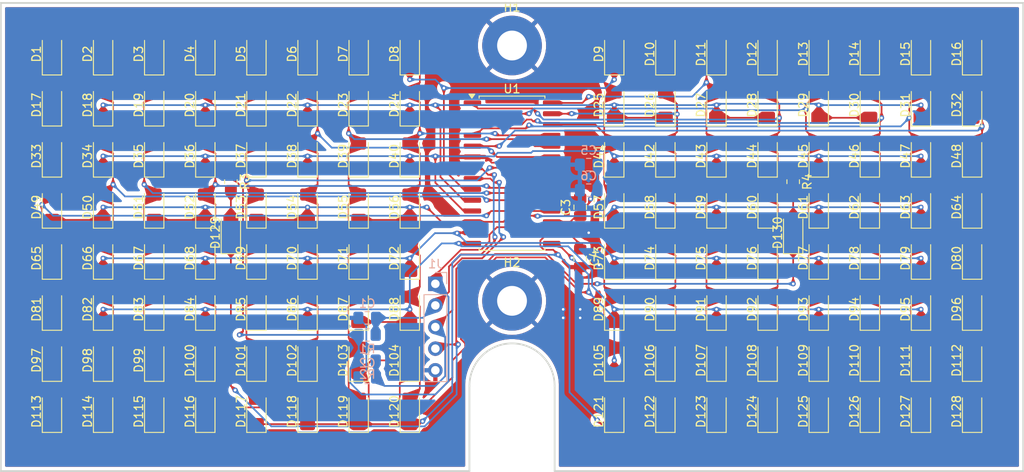
<source format=kicad_pcb>
(kicad_pcb (version 20240108) (generator "pcbnew") (generator_version "8.0")
  (layers (0 "F.Cu" signal) (31 "B.Cu" signal) (34 "B.Paste" user) (35 "F.Paste" user) (36 "B.SilkS" user "B.Silkscreen") (37 "F.SilkS" user "F.Silkscreen") (38 "B.Mask" user) (39 "F.Mask" user) (44 "Edge.Cuts" user))
  (net 0 "")
  (net 1 "/DIN")
  (net 2 "/SCLK")
  (net 3 "GND")
  (net 4 "VCC")
  (net 5 "/128 LED array/GRID14")
  (net 6 "/128 LED array/GRID5")
  (net 7 "/128 LED array/SEG7")
  (net 8 "/128 LED array/GRID4")
  (net 9 "/128 LED array/GRID6")
  (net 10 "/128 LED array/GRID9")
  (net 11 "/128 LED array/GRID2")
  (net 12 "/128 LED array/GRID15")
  (net 13 "/128 LED array/SEG2")
  (net 14 "/128 LED array/GRID13")
  (net 15 "/128 LED array/GRID7")
  (net 16 "/128 LED array/GRID8")
  (net 17 "/128 LED array/GRID1")
  (net 18 "/128 LED array/GRID10")
  (net 19 "/128 LED array/SEG3")
  (net 20 "/128 LED array/GRID11")
  (net 21 "/128 LED array/GRID16")
  (net 22 "/128 LED array/SEG4")
  (net 23 "/128 LED array/GRID3")
  (net 24 "/128 LED array/GRID12")
  (net 25 "/128 LED array/SEG5")
  (net 26 "/128 LED array/SEG1")
  (net 27 "/128 LED array/SEG6")
  (net 28 "/128 LED array/SEG8")
  (net 29 "/White")
  (net 30 "Net-(D129-A)")
  (net 31 "Net-(D130-A)")
  (footprint "LED_SMD:LED_1206_3216Metric_Pad1.42x1.75mm_HandSolder" (layer "F.Cu") (at 141 77 90)
    (property "Reference" "D38")
    (property "Value" "LED")
  )
  (footprint "LED_SMD:LED_1206_3216Metric_Pad1.42x1.75mm_HandSolder" (layer "F.Cu") (at 219 95 90)
    (property "Reference" "D96")
    (property "Value" "LED")
  )
  (footprint "LED_SMD:LED_1206_3216Metric_Pad1.42x1.75mm_HandSolder" (layer "F.Cu") (at 207 77 90)
    (property "Reference" "D46")
    (property "Value" "LED")
  )
  (footprint "LED_SMD:LED_1206_3216Metric_Pad1.42x1.75mm_HandSolder" (layer "F.Cu") (at 195 65 90)
    (property "Reference" "D12")
    (property "Value" "LED")
  )
  (footprint "LED_SMD:LED_1206_3216Metric_Pad1.42x1.75mm_HandSolder" (layer "F.Cu") (at 219 65 90)
    (property "Reference" "D16")
    (property "Value" "LED")
  )
  (footprint "LED_SMD:LED_1206_3216Metric_Pad1.42x1.75mm_HandSolder" (layer "F.Cu") (at 135 107 90)
    (property "Reference" "D117")
    (property "Value" "LED")
  )
  (footprint "LED_SMD:LED_1206_3216Metric_Pad1.42x1.75mm_HandSolder" (layer "F.Cu") (at 183 71 90)
    (property "Reference" "D26")
    (property "Value" "LED")
  )
  (footprint "LED_SMD:LED_1206_3216Metric_Pad1.42x1.75mm_HandSolder" (layer "F.Cu") (at 201 83 90)
    (property "Reference" "D61")
    (property "Value" "LED")
  )
  (footprint "LED_SMD:LED_1206_3216Metric_Pad1.42x1.75mm_HandSolder" (layer "F.Cu") (at 117 77 90)
    (property "Reference" "D34")
    (property "Value" "LED")
  )
  (footprint "LED_SMD:LED_1206_3216Metric_Pad1.42x1.75mm_HandSolder" (layer "F.Cu") (at 135 77 90)
    (property "Reference" "D37")
    (property "Value" "LED")
  )
  (footprint "LED_SMD:LED_1206_3216Metric_Pad1.42x1.75mm_HandSolder" (layer "F.Cu") (at 189 89 90)
    (property "Reference" "D75")
    (property "Value" "LED")
  )
  (footprint "LED_SMD:LED_1206_3216Metric_Pad1.42x1.75mm_HandSolder" (layer "F.Cu") (at 219 89 90)
    (property "Reference" "D80")
    (property "Value" "LED")
  )
  (footprint "LED_SMD:LED_1206_3216Metric_Pad1.42x1.75mm_HandSolder" (layer "F.Cu") (at 207 95 90)
    (property "Reference" "D94")
    (property "Value" "LED")
  )
  (footprint "LED_SMD:LED_1206_3216Metric_Pad1.42x1.75mm_HandSolder" (layer "F.Cu") (at 219 83 90)
    (property "Reference" "D64")
    (property "Value" "LED")
  )
  (footprint "LED_SMD:LED_1206_3216Metric_Pad1.42x1.75mm_HandSolder" (layer "F.Cu") (at 147 89 90)
    (property "Reference" "D71")
    (property "Value" "LED")
  )
  (footprint "LED_SMD:LED_1206_3216Metric_Pad1.42x1.75mm_HandSolder" (layer "F.Cu") (at 147 107 90)
    (property "Reference" "D119")
    (property "Value" "LED")
  )
  (footprint "LED_SMD:LED_1206_3216Metric_Pad1.42x1.75mm_HandSolder" (layer "F.Cu") (at 183 95 90)
    (property "Reference" "D90")
    (property "Value" "LED")
  )
  (footprint "LED_SMD:LED_1206_3216Metric_Pad1.42x1.75mm_HandSolder" (layer "F.Cu") (at 201 89 90)
    (property "Reference" "D77")
    (property "Value" "LED")
  )
  (footprint "LED_SMD:LED_1206_3216Metric_Pad1.42x1.75mm_HandSolder" (layer "F.Cu") (at 207 65 90)
    (property "Reference" "D14")
    (property "Value" "LED")
  )
  (footprint "LED_SMD:LED_1206_3216Metric_Pad1.42x1.75mm_HandSolder" (layer "F.Cu") (at 117 95 90)
    (property "Reference" "D82")
    (property "Value" "LED")
  )
  (footprint "LED_SMD:LED_1206_3216Metric_Pad1.42x1.75mm_HandSolder" (layer "F.Cu") (at 201 107 90)
    (property "Reference" "D125")
    (property "Value" "LED")
  )
  (footprint "LED_SMD:LED_1206_3216Metric_Pad1.42x1.75mm_HandSolder" (layer "F.Cu") (at 117 89 90)
    (property "Reference" "D66")
    (property "Value" "LED")
  )
  (footprint "LED_SMD:LED_1206_3216Metric_Pad1.42x1.75mm_HandSolder" (layer "F.Cu") (at 129 89 90)
    (property "Reference" "D68")
    (property "Value" "LED")
  )
  (footprint "LED_SMD:LED_1206_3216Metric_Pad1.42x1.75mm_HandSolder" (layer "F.Cu") (at 195 101 90)
    (property "Reference" "D108")
    (property "Value" "LED")
  )
  (footprint "LED_SMD:LED_1206_3216Metric_Pad1.42x1.75mm_HandSolder" (layer "F.Cu") (at 201 71 90)
    (property "Reference" "D29")
    (property "Value" "LED")
  )
  (footprint "LED_SMD:LED_1206_3216Metric_Pad1.42x1.75mm_HandSolder" (layer "F.Cu") (at 111 89 90)
    (property "Reference" "D65")
    (property "Value" "LED")
  )
  (footprint "LED_SMD:LED_1206_3216Metric_Pad1.42x1.75mm_HandSolder" (layer "F.Cu") (at 147 95 90)
    (property "Reference" "D87")
    (property "Value" "LED")
  )
  (footprint "LED_SMD:LED_1206_3216Metric_Pad1.42x1.75mm_HandSolder" (layer "F.Cu") (at 141 71 90)
    (property "Reference" "D22")
    (property "Value" "LED")
  )
  (footprint "LED_SMD:LED_1206_3216Metric_Pad1.42x1.75mm_HandSolder" (layer "F.Cu") (at 153 77 90)
    (property "Reference" "D40")
    (property "Value" "LED")
  )
  (footprint "LED_SMD:LED_1206_3216Metric_Pad1.42x1.75mm_HandSolder" (layer "F.Cu") (at 129 77 90)
    (property "Reference" "D36")
    (property "Value" "LED")
  )
  (footprint "LED_SMD:LED_1206_3216Metric_Pad1.42x1.75mm_HandSolder" (layer "F.Cu") (at 123 107 90)
    (property "Reference" "D115")
    (property "Value" "LED")
  )
  (footprint "LED_SMD:LED_1206_3216Metric_Pad1.42x1.75mm_HandSolder" (layer "F.Cu") (at 153 71 90)
    (property "Reference" "D24")
    (property "Value" "LED")
  )
  (footprint "LED_SMD:LED_1206_3216Metric_Pad1.42x1.75mm_HandSolder" (layer "F.Cu") (at 213 77 90)
    (property "Reference" "D47")
    (property "Value" "LED")
  )
  (footprint "LED_SMD:LED_1206_3216Metric_Pad1.42x1.75mm_HandSolder" (layer "F.Cu") (at 189 77 90)
    (property "Reference" "D43")
    (property "Value" "LED")
  )
  (footprint "LED_SMD:LED_1206_3216Metric_Pad1.42x1.75mm_HandSolder" (layer "F.Cu") (at 141 89 90)
    (property "Reference" "D70")
    (property "Value" "LED")
  )
  (footprint "LED_SMD:LED_1206_3216Metric_Pad1.42x1.75mm_HandSolder" (layer "F.Cu") (at 189 65 90)
    (property "Reference" "D11")
    (property "Value" "LED")
  )
  (footprint "LED_SMD:LED_1206_3216Metric_Pad1.42x1.75mm_HandSolder" (layer "F.Cu") (at 213 101 90)
    (property "Reference" "D111")
    (property "Value" "LED")
  )
  (footprint "LED_SMD:LED_1206_3216Metric_Pad1.42x1.75mm_HandSolder" (layer "F.Cu") (at 177 95 90)
    (property "Reference" "D89")
    (property "Value" "LED")
  )
  (footprint "MountingHole:MountingHole_3.5mm_Pad" (layer "F.Cu") (at 165 94)
    (property "Reference" "H2")
    (property "Value" "MountingHole_Pad")
  )
  (footprint "LED_SMD:LED_1206_3216Metric_Pad1.42x1.75mm_HandSolder" (layer "F.Cu") (at 207 89 90)
    (property "Reference" "D78")
    (property "Value" "LED")
  )
  (footprint "LED_SMD:LED_1206_3216Metric_Pad1.42x1.75mm_HandSolder" (layer "F.Cu") (at 189 95 90)
    (property "Reference" "D91")
    (property "Value" "LED")
  )
  (footprint "LED_SMD:LED_1206_3216Metric_Pad1.42x1.75mm_HandSolder" (layer "F.Cu") (at 177 71 90)
    (property "Reference" "D25")
    (property "Value" "LED")
  )
  (footprint "LED_SMD:LED_1206_3216Metric_Pad1.42x1.75mm_HandSolder" (layer "F.Cu") (at 201 77 90)
    (property "Reference" "D45")
    (property "Value" "LED")
  )
  (footprint "LED_SMD:LED_1206_3216Metric_Pad1.42x1.75mm_HandSolder" (layer "F.Cu") (at 135 71 90)
    (property "Reference" "D21")
    (property "Value" "LED")
  )
  (footprint "LED_SMD:LED_1206_3216Metric_Pad1.42x1.75mm_HandSolder" (layer "F.Cu") (at 195 89 90)
    (property "Reference" "D76")
    (property "Value" "LED")
  )
  (footprint "LED_SMD:LED_1206_3216Metric_Pad1.42x1.75mm_HandSolder" (layer "F.Cu") (at 129 101 90)
    (property "Reference" "D100")
    (property "Value" "LED")
  )
  (footprint "LED_SMD:LED_1206_3216Metric_Pad1.42x1.75mm_HandSolder" (layer "F.Cu") (at 111 77 90)
    (property "Reference" "D33")
    (property "Value" "LED")
  )
  (footprint "LED_SMD:LED_1206_3216Metric_Pad1.42x1.75mm_HandSolder" (layer "F.Cu") (at 111 107 90)
    (property "Reference" "D113")
    (property "Value" "LED")
  )
  (footprint "LED_SMD:LED_1206_3216Metric_Pad1.42x1.75mm_HandSolder" (layer "F.Cu") (at 201 65 90)
    (property "Reference" "D13")
    (property "Value" "LED")
  )
  (footprint "LED_SMD:LED_1206_3216Metric_Pad1.42x1.75mm_HandSolder" (layer "F.Cu") (at 117 83 90)
    (property "Reference" "D50")
    (property "Value" "LED")
  )
  (footprint "LED_SMD:LED_1206_3216Metric_Pad1.42x1.75mm_HandSolder" (layer "F.Cu") (at 198 86 90)
    (property "Reference" "D130")
    (property "Value" "LED")
  )
  (footprint "LED_SMD:LED_1206_3216Metric_Pad1.42x1.75mm_HandSolder" (layer "F.Cu") (at 177 107 90)
    (property "Reference" "D121")
    (property "Value" "LED")
  )
  (footprint "LED_SMD:LED_1206_3216Metric_Pad1.42x1.75mm_HandSolder" (layer "F.Cu") (at 111 101 90)
    (property "Reference" "D97")
    (property "Value" "LED")
  )
  (footprint "LED_SMD:LED_1206_3216Metric_Pad1.42x1.75mm_HandSolder" (layer "F.Cu") (at 213 95 90)
    (property "Reference" "D95")
    (property "Value" "LED")
  )
  (footprint "LED_SMD:LED_1206_3216Metric_Pad1.42x1.75mm_HandSolder" (layer "F.Cu") (at 177 101 90)
    (property "Reference" "D105")
    (property "Value" "LED")
  )
  (footprint "LED_SMD:LED_1206_3216Metric_Pad1.42x1.75mm_HandSolder" (layer "F.Cu") (at 111 71 90)
    (property "Reference" "D17")
    (property "Value" "LED")
  )
  (footprint "LED_SMD:LED_1206_3216Metric_Pad1.42x1.75mm_HandSolder" (layer "F.Cu") (at 135 95 90)
    (property "Reference" "D85")
    (property "Value" "LED")
  )
  (footprint "LED_SMD:LED_1206_3216Metric_Pad1.42x1.75mm_HandSolder" (layer "F.Cu") (at 183 83 90)
    (property "Reference" "D58")
    (property "Value" "LED")
  )
  (footprint "LED_SMD:LED_1206_3216Metric_Pad1.42x1.75mm_HandSolder" (layer "F.Cu") (at 147 65 90)
    (property "Reference" "D7")
    (property "Value" "LED")
  )
  (footprint "LED_SMD:LED_1206_3216Metric_Pad1.42x1.75mm_HandSolder" (layer "F.Cu") (at 219 71 90)
    (property "Reference" "D32")
    (property "Value" "LED")
  )
  (footprint "LED_SMD:LED_1206_3216Metric_Pad1.42x1.75mm_HandSolder" (layer "F.Cu") (at 111 95 90)
    (property "Reference" "D81")
    (property "Value" "LED")
  )
  (footprint "LED_SMD:LED_1206_3216Metric_Pad1.42x1.75mm_HandSolder" (layer "F.Cu") (at 147 83 90)
    (property "Reference" "D55")
    (property "Value" "LED")
  )
  (footprint "LED_SMD:LED_1206_3216Metric_Pad1.42x1.75mm_HandSolder" (layer "F.Cu") (at 213 65 90)
    (property "Reference" "D15")
    (property "Value" "LED")
  )
  (footprint "LED_SMD:LED_1206_3216Metric_Pad1.42x1.75mm_HandSolder" (layer "F.Cu") (at 189 101 90)
    (property "Reference" "D107")
    (property "Value" "LED")
  )
  (footprint "LED_SMD:LED_1206_3216Metric_Pad1.42x1.75mm_HandSolder" (layer "F.Cu") (at 207 83 90)
    (property "Reference" "D62")
    (property "Value" "LED")
  )
  (footprint "LED_SMD:LED_1206_3216Metric_Pad1.42x1.75mm_HandSolder" (layer "F.Cu") (at 129 107 90)
    (property "Reference" "D116")
    (property "Value" "LED")
  )
  (footprint "LED_SMD:LED_1206_3216Metric_Pad1.42x1.75mm_HandSolder" (layer "F.Cu") (at 195 83 90)
    (property "Reference" "D60")
    (property "Value" "LED")
  )
  (footprint "LED_SMD:LED_1206_3216Metric_Pad1.42x1.75mm_HandSolder" (layer "F.Cu") (at 201 95 90)
    (property "Reference" "D93")
    (property "Value" "LED")
  )
  (footprint "LED_SMD:LED_1206_3216Metric_Pad1.42x1.75mm_HandSolder" (layer "F.Cu") (at 123 89 90)
    (property "Reference" "D67")
    (property "Value" "LED")
  )
  (footprint "LED_SMD:LED_1206_3216Metric_Pad1.42x1.75mm_HandSolder" (layer "F.Cu") (at 141 83 90)
    (property "Reference" "D54")
    (property "Value" "LED")
  )
  (footprint "LED_SMD:LED_1206_3216Metric_Pad1.42x1.75mm_HandSolder" (layer "F.Cu") (at 147 77 90)
    (property "Reference" "D39")
    (property "Value" "LED")
  )
  (footprint "LED_SMD:LED_1206_3216Metric_Pad1.42x1.75mm_HandSolder" (layer "F.Cu") (at 117 65 90)
    (property "Reference" "D2")
    (property "Value" "LED")
  )
  (footprint "Resistor_SMD:R_0805_2012Metric_Pad1.20x1.40mm_HandSolder" (layer "F.Cu") (at 132 80 -90)
    (property "Reference" "R3")
    (property "Value" "10k")
  )
  (footprint "LED_SMD:LED_1206_3216Metric_Pad1.42x1.75mm_HandSolder" (layer "F.Cu") (at 111 83 90)
    (property "Reference" "D49")
    (property "Value" "LED")
  )
  (footprint "LED_SMD:LED_1206_3216Metric_Pad1.42x1.75mm_HandSolder" (layer "F.Cu") (at 153 83 90)
    (property "Reference" "D56")
    (property "Value" "LED")
  )
  (footprint "LED_SMD:LED_1206_3216Metric_Pad1.42x1.75mm_HandSolder" (layer "F.Cu") (at 195 107 90)
    (property "Reference" "D124")
    (property "Value" "LED")
  )
  (footprint "LED_SMD:LED_1206_3216Metric_Pad1.42x1.75mm_HandSolder" (layer "F.Cu") (at 135 89 90)
    (property "Reference" "D69")
    (property "Value" "LED")
  )
  (footprint "LED_SMD:LED_1206_3216Metric_Pad1.42x1.75mm_HandSolder" (layer "F.Cu") (at 207 107 90)
    (property "Reference" "D126")
    (property "Value" "LED")
  )
  (footprint "LED_SMD:LED_1206_3216Metric_Pad1.42x1.75mm_HandSolder" (layer "F.Cu") (at 153 101 90)
    (property "Reference" "D104")
    (property "Value" "LED")
  )
  (footprint "LED_SMD:LED_1206_3216Metric_Pad1.42x1.75mm_HandSolder" (layer "F.Cu") (at 153 95 90)
    (property "Reference" "D88")
    (property "Value" "LED")
  )
  (footprint "LED_SMD:LED_1206_3216Metric_Pad1.42x1.75mm_HandSolder" (layer "F.Cu") (at 129 71 90)
    (property "Reference" "D20")
    (property "Value" "LED")
  )
  (footprint "LED_SMD:LED_1206_3216Metric_Pad1.42x1.75mm_HandSolder" (layer "F.Cu") (at 141 101 90)
    (property "Reference" "D102")
    (property "Value" "LED")
  )
  (footprint "LED_SMD:LED_1206_3216Metric_Pad1.42x1.75mm_HandSolder" (layer "F.Cu") (at 183 101 90)
    (property "Reference" "D106")
    (property "Value" "LED" (hide yes))
  )
  (footprint "LED_SMD:LED_1206_3216Metric_Pad1.42x1.75mm_HandSolder" (layer "F.Cu") (at 219 101 90)
    (property "Reference" "D112")
    (property "Value" "LED")
  )
  (footprint "LED_SMD:LED_1206_3216Metric_Pad1.42x1.75mm_HandSolder" (layer "F.Cu") (at 135 101 90)
    (property "Reference" "D101")
    (property "Value" "LED")
  )
  (footprint "LED_SMD:LED_1206_3216Metric_Pad1.42x1.75mm_HandSolder" (layer "F.Cu") (at 213 89 90)
    (property "Reference" "D79")
    (property "Value" "LED")
  )
  (footprint "LED_SMD:LED_1206_3216Metric_Pad1.42x1.75mm_HandSolder" (layer "F.Cu") (at 183 89 90)
    (property "Reference" "D74")
    (property "Value" "LED")
  )
  (footprint "LED_SMD:LED_1206_3216Metric_Pad1.42x1.75mm_HandSolder" (layer "F.Cu") (at 135 83 90)
    (property "Reference" "D53")
    (property "Value" "LED")
  )
  (footprint "Package_SO:SOIC-28W_7.5x17.9mm_P1.27mm" (layer "F.Cu") (at 165 79)
    (property "Reference" "U1")
    (property "Value" "TM1640")
  )
  (footprint "LED_SMD:LED_1206_3216Metric_Pad1.42x1.75mm_HandSolder" (layer "F.Cu") (at 183 65 90)
    (property "Reference" "D10")
    (property "Value" "LED")
  )
  (footprint "LED_SMD:LED_1206_3216Metric_Pad1.42x1.75mm_HandSolder" (layer "F.Cu") (at 129 83 90)
    (property "Reference" "D52")
    (property "Value" "LED")
  )
  (footprint "LED_SMD:LED_1206_3216Metric_Pad1.42x1.75mm_HandSolder" (layer "F.Cu") (at 189 71 90)
    (property "Reference" "D27")
    (property "Value" "LED")
  )
  (footprint "LED_SMD:LED_1206_3216Metric_Pad1.42x1.75mm_HandSolder" (layer "F.Cu") (at 117 107 90)
    (property "Reference" "D114")
    (property "Value" "LED")
  )
  (footprint "LED_SMD:LED_1206_3216Metric_Pad1.42x1.75mm_HandSolder" (layer "F.Cu") (at 141 107 90)
    (property "Reference" "D118")
    (property "Value" "LED")
  )
  (footprint "LED_SMD:LED_1206_3216Metric_Pad1.42x1.75mm_HandSolder" (layer "F.Cu") (at 183 107 90)
    (property "Reference" "D122")
    (property "Value" "LED" (hide yes))
  )
  (footprint "LED_SMD:LED_1206_3216Metric_Pad1.42x1.75mm_HandSolder" (layer "F.Cu") (at 117 101 90)
    (property "Reference" "D98")
    (property "Value" "LED")
  )
  (footprint "LED_SMD:LED_1206_3216Metric_Pad1.42x1.75mm_HandSolder" (layer "F.Cu") (at 123 101 90)
    (property "Reference" "D99")
    (property "Value" "LED")
  )
  (footprint "LED_SMD:LED_1206_3216Metric_Pad1.42x1.75mm_HandSolder" (layer "F.Cu") (at 219 107 90)
    (property "Reference" "D128")
    (property "Value" "LED")
  )
  (footprint "LED_SMD:LED_1206_3216Metric_Pad1.42x1.75mm_HandSolder" (layer "F.Cu") (at 201 101 90)
    (property "Reference" "D109")
    (property "Value" "LED")
  )
  (footprint "MountingHole:MountingHole_3.5mm_Pad" (layer "F.Cu") (at 165 64)
    (property "Reference" "H1")
    (property "Value" "MountingHole_Pad")
  )
  (footprint "Capacitor_SMD:C_0805_2012Metric_Pad1.18x1.45mm_HandSolder" (layer "F.Cu") (at 173 89 -90)
    (property "Reference" "C4")
    (property "Value" "100u")
  )
  (footprint "LED_SMD:LED_1206_3216Metric_Pad1.42x1.75mm_HandSolder" (layer "F.Cu") (at 132 86 90)
    (property "Reference" "D129")
    (property "Value" "LED")
  )
  (footprint "LED_SMD:LED_1206_3216Metric_Pad1.42x1.75mm_HandSolder" (layer "F.Cu") (at 207 101 90)
    (property "Reference" "D110")
    (property "Value" "LED")
  )
  (footprint "LED_SMD:LED_1206_3216Metric_Pad1.42x1.75mm_HandSolder" (layer "F.Cu") (at 129 65 90)
    (property "Reference" "D4")
    (property "Value" "LED")
  )
  (footprint "LED_SMD:LED_1206_3216Metric_Pad1.42x1.75mm_HandSolder" (layer "F.Cu") (at 195 71 90)
    (property "Reference" "D28")
    (property "Value" "LED")
  )
  (footprint "LED_SMD:LED_1206_3216Metric_Pad1.42x1.75mm_HandSolder" (layer "F.Cu") (at 177 77 90)
    (property "Reference" "D41")
    (property "Value" "LED")
  )
  (footprint "LED_SMD:LED_1206_3216Metric_Pad1.42x1.75mm_HandSolder" (layer "F.Cu") (at 123 71 90)
    (property "Reference" "D19")
    (property "Value" "LED")
  )
  (footprint "LED_SMD:LED_1206_3216Metric_Pad1.42x1.75mm_HandSolder" (layer "F.Cu") (at 153 107 90)
    (property "Reference" "D120")
    (property "Value" "LED")
  )
  (footprint "LED_SMD:LED_1206_3216Metric_Pad1.42x1.75mm_HandSolder" (layer "F.Cu") (at 195 77 90)
    (property "Reference" "D44")
    (property "Value" "LED")
  )
  (footprint "LED_SMD:LED_1206_3216Metric_Pad1.42x1.75mm_HandSolder" (layer "F.Cu") (at 153 89 90)
    (property "Reference" "D72")
    (property "Value" "LED")
  )
  (footprint "LED_SMD:LED_1206_3216Metric_Pad1.42x1.75mm_HandSolder" (layer "F.Cu") (at 123 83 90)
    (property "Reference" "D51")
    (property "Value" "LED")
  )
  (footprint "LED_SMD:LED_1206_3216Metric_Pad1.42x1.75mm_HandSolder" (layer "F.Cu") (at 177 83 90)
    (property "Reference" "D57")
    (property "Value" "LED")
  )
  (footprint "LED_SMD:LED_1206_3216Metric_Pad1.42x1.75mm_HandSolder" (layer "F.Cu") (at 153 65 90)
    (property "Reference" "D8")
    (property "Value" "LED")
  )
  (footprint "LED_SMD:LED_1206_3216Metric_Pad1.42x1.75mm_HandSolder" (layer "F.Cu") (at 117 71 90)
    (property "Reference" "D18")
    (property "Value" "LED")
  )
  (footprint "LED_SMD:LED_1206_3216Metric_Pad1.42x1.75mm_HandSolder" (layer "F.Cu") (at 195 95 90)
    (property "Reference" "D92")
    (property "Value" "LED")
  )
  (footprint "LED_SMD:LED_1206_3216Metric_Pad1.42x1.75mm_HandSolder" (layer "F.Cu") (at 213 71 90)
    (property "Reference" "D31")
    (property "Value" "LED")
  )
  (footprint "LED_SMD:LED_1206_3216Metric_Pad1.42x1.75mm_HandSolder" (layer "F.Cu") (at 141 65 90)
    (property "Reference" "D6")
    (property "Value" "LED")
  )
  (footprint "LED_SMD:LED_1206_3216Metric_Pad1.42x1.75mm_HandSolder" (layer "F.Cu") (at 129 95 90)
    (property "Reference" "D84")
    (property "Value" "LED")
  )
  (footprint "LED_SMD:LED_1206_3216Metric_Pad1.42x1.75mm_HandSolder" (layer "F.Cu") (at 189 83 90)
    (property "Reference" "D59")
    (property "Value" "LED")
  )
  (footprint "LED_SMD:LED_1206_3216Metric_Pad1.42x1.75mm_HandSolder" (layer "F.Cu") (at 177 89 90)
    (property "Reference" "D73")
    (property "Value" "LED")
  )
  (footprint "LED_SMD:LED_1206_3216Metric_Pad1.42x1.75mm_HandSolder" (layer "F.Cu") (at 207 71 90)
    (property "Reference" "D30")
    (property "Value" "LED")
  )
  (footprint "LED_SMD:LED_1206_3216Metric_Pad1.42x1.75mm_HandSolder" (layer "F.Cu") (at 183 77 90)
    (property "Reference" "D42")
    (property "Value" "LED")
  )
  (footprint "LED_SMD:LED_1206_3216Metric_Pad1.42x1.75mm_HandSolder" (layer "F.Cu") (at 147 71 90)
    (property "Reference" "D23")
    (property "Value" "LED")
  )
  (footprint "Capacitor_SMD:C_0805_2012Metric_Pad1.18x1.45mm_HandSolder" (layer "F.Cu") (at 173 83 90)
    (property "Reference" "C3")
    (property "Value" "100n")
  )
  (footprint "LED_SMD:LED_1206_3216Metric_Pad1.42x1.75mm_HandSolder" (layer "F.Cu") (at 219 77 90)
    (property "Reference" "D48")
    (property "Value" "LED")
  )
  (footprint "LED_SMD:LED_1206_3216Metric_Pad1.42x1.75mm_HandSolder" (layer "F.Cu") (at 213 83 90)
    (property "Reference" "D63")
    (property "Value" "LED")
  )
  (footprint "LED_SMD:LED_1206_3216Metric_Pad1.42x1.75mm_HandSolder" (layer "F.Cu") (at 177 65 90)
    (property "Reference" "D9")
    (property "Value" "LED")
  )
  (footprint "LED_SMD:LED_1206_3216Metric_Pad1.42x1.75mm_HandSolder" (layer "F.Cu") (at 123 65 90)
    (property "Reference" "D3")
    (property "Value" "LED")
  )
  (footprint "Resistor_SMD:R_0805_2012Metric_Pad1.20x1.40mm_HandSolder" (layer "F.Cu") (at 198 80 -90)
    (property "Reference" "R4")
    (property "Value" "10k")
  )
  (footprint "LED_SMD:LED_1206_3216Metric_Pad1.42x1.75mm_HandSolder" (layer "F.Cu") (at 147 101 90)
    (property "Reference" "D103")
    (property "Value" "LED")
  )
  (footprint "LED_SMD:LED_1206_3216Metric_Pad1.42x1.75mm_HandSolder" (layer "F.Cu") (at 123 77 90)
    (property "Reference" "D35")
    (property "Value" "LED")
  )
  (footprint "LED_SMD:LED_1206_3216Metric_Pad1.42x1.75mm_HandSolder" (layer "F.Cu") (at 135 65 90)
    (property "Reference" "D5")
    (property "Value" "LED")
  )
  (footprint "LED_SMD:LED_1206_3216Metric_Pad1.42x1.75mm_HandSolder" (layer "F.Cu") (at 123 95 90)
    (property "Reference" "D83")
    (property "Value" "LED")
  )
  (footprint "LED_SMD:LED_1206_3216Metric_Pad1.42x1.75mm_HandSolder" (layer "F.Cu") (at 189 107 90)
    (property "Reference" "D123")
    (property "Value" "LED")
  )
  (footprint "LED_SMD:LED_1206_3216Metric_Pad1.42x1.75mm_HandSolder" (layer "F.Cu") (at 111 65 90)
    (property "Reference" "D1")
    (property "Value" "LED")
  )
  (footprint "LED_SMD:LED_1206_3216Metric_Pad1.42x1.75mm_HandSolder" (layer "F.Cu") (at 213 107 90)
    (property "Reference" "D127")
    (property "Value" "LED")
  )
  (footprint "LED_SMD:LED_1206_3216Metric_Pad1.42x1.75mm_HandSolder" (layer "F.Cu") (at 141 95 90)
    (property "Reference" "D86")
    (property "Value" "LED")
  )
  (footprint "Capacitor_SMD:C_0805_2012Metric_Pad1.18x1.45mm_HandSolder" (layer "B.Cu") (at 148 96 180)
    (property "Reference" "C1")
    (property "Value" "100p")
  )
  (footprint "Resistor_SMD:R_0805_2012Metric_Pad1.20x1.40mm_HandSolder" (layer "B.Cu") (at 148 101)
    (property "Reference" "R2")
    (property "Value" "10k")
  )
  (footprint "Capacitor_SMD:C_0805_2012Metric_Pad1.18x1.45mm_HandSolder" (layer "B.Cu") (at 174 78 180)
    (property "Reference" "C5")
    (property "Value" "100n")
  )
  (footprint "Capacitor_SMD:C_0805_2012Metric_Pad1.18x1.45mm_HandSolder" (layer "B.Cu") (at 148 103 180)
    (property "Reference" "C2")
    (property "Value" "100p")
  )
  (footprint "Connector_PinHeader_2.54mm:PinHeader_1x05_P2.54mm_Vertical" (layer "B.Cu") (at 156 92 180)
    (property "Reference" "J1")
    (property "Value" "Header")
  )
  (footprint "Capacitor_SMD:C_0805_2012Metric_Pad1.18x1.45mm_HandSolder" (layer "B.Cu") (at 174 81 180)
    (property "Reference" "C6")
    (property "Value" "100u")
  )
  (footprint "Resistor_SMD:R_0805_2012Metric_Pad1.20x1.40mm_HandSolder" (layer "B.Cu") (at 148 98)
    (property "Reference" "R1")
    (property "Value" "10k")
  )
  (gr_line (start 105 59) (end 225 59) (stroke (width 0.2)) (layer "Edge.Cuts"))
  (gr_line (start 225 59) (end 225 114) (stroke (width 0.2)) (layer "Edge.Cuts"))
  (gr_arc (start 160 104) (mid 165 99) (end 170 104) (stroke (width 0.2)) (layer "Edge.Cuts"))
  (gr_line (start 225 114) (end 170 114) (stroke (width 0.2)) (layer "Edge.Cuts"))
  (gr_line (start 160 104) (end 160 114) (stroke (width 0.2)) (layer "Edge.Cuts"))
  (gr_line (start 160 114) (end 105 114) (stroke (width 0.2)) (layer "Edge.Cuts"))
  (gr_line (start 105 114) (end 105 59) (stroke (width 0.2)) (layer "Edge.Cuts"))
  (gr_line (start 170 114) (end 170 104) (stroke (width 0.2)) (layer "Edge.Cuts"))
  (segment (start 162.19327 79.183271) (end 162.928041 79.183271) (width 0.2) (layer "F.Cu") (net 1))
  (segment (start 156 94.54) (end 157.6 92.94) (width 0.2) (layer "F.Cu") (net 1))
  (segment (start 161.401471 88.532843) (end 163.000004 86.93431) (width 0.2) (layer "F.Cu") (net 1))
  (segment (start 159.032843 88.532843) (end 161.401471 88.532843) (width 0.2) (layer "F.Cu") (net 1))
  (segment (start 157.6 92.94) (end 157.6 89.965686) (width 0.2) (layer "F.Cu") (net 1))
  (segment (start 161.374999 78.365) (end 162.19327 79.183271) (width 0.2) (layer "F.Cu") (net 1))
  (segment (start 157.6 89.965686) (end 159.032843 88.532843) (width 0.2) (layer "F.Cu") (net 1))
  (segment (start 163.000004 86.93431) (end 163.000004 86.5) (width 0.2) (layer "F.Cu") (net 1))
  (segment (start 160.35 78.365) (end 161.374999 78.365) (width 0.2) (layer "F.Cu") (net 1))
  (via (at 162.928041 79.183271) (size 0.6) (drill 0.3) (layers "F.Cu" "B.Cu") (net 1))
  (via (at 163.000004 86.5) (size 0.6) (drill 0.3) (layers "F.Cu" "B.Cu") (net 1))
  (segment (start 156 94.54) (end 154.54 96) (width 0.2) (layer "B.Cu") (net 1))
  (segment (start 162.85 86.349996) (end 162.85 79.261312) (width 0.2) (layer "B.Cu") (net 1))
  (segment (start 154.54 96) (end 149.0375 96) (width 0.2) (layer "B.Cu") (net 1))
  (segment (start 163.000004 86.5) (end 162.85 86.349996) (width 0.2) (layer "B.Cu") (net 1))
  (segment (start 162.85 79.261312) (end 162.928041 79.183271) (width 0.2) (layer "B.Cu") (net 1))
  (segment (start 149 98) (end 149 96.0375) (width 0.2) (layer "B.Cu") (net 1))
  (segment (start 160.35 79.635) (end 162.460531 79.635) (width 0.2) (layer "F.Cu") (net 2))
  (segment (start 158 95.08) (end 158 90.131372) (width 0.2) (layer "F.Cu") (net 2))
  (segment (start 162.901047 80.075516) (end 163.5 80.075516) (width 0.2) (layer "F.Cu") (net 2))
  (segment (start 161.5 89) (end 164 86.5) (width 0.2) (layer "F.Cu") (net 2))
  (segment (start 156 97.08) (end 158 95.08) (width 0.2) (layer "F.Cu") (net 2))
  (segment (start 158 90.131372) (end 159.131372 89) (width 0.2) (layer "F.Cu") (net 2))
  (segment (start 159.131372 89) (end 161.5 89) (width 0.2) (layer "F.Cu") (net 2))
  (segment (start 162.460531 79.635) (end 162.901047 80.075516) (width 0.2) (layer "F.Cu") (net 2))
  (via (at 163.5 80.075516) (size 0.6) (drill 0.3) (layers "F.Cu" "B.Cu") (net 2))
  (via (at 164 86.5) (size 0.6) (drill 0.3) (layers "F.Cu" "B.Cu") (net 2))
  (segment (start 157.15 98.23) (end 156 97.08) (width 0.2) (layer "B.Cu") (net 2))
  (segment (start 157.15 102.85) (end 157.15 98.23) (width 0.2) (layer "B.Cu") (net 2))
  (segment (start 164 86.5) (end 163.5 86) (width 0.2) (layer "B.Cu") (net 2))
  (segment (start 149.0375 103) (end 149.0375 101.0375) (width 0.2) (layer "B.Cu") (net 2))
  (segment (start 156 104) (end 157.15 102.85) (width 0.2) (layer "B.Cu") (net 2))
  (segment (start 150.0375 104) (end 156 104) (width 0.2) (layer "B.Cu") (net 2))
  (segment (start 163.5 86) (end 163.5 80.075516) (width 0.2) (layer "B.Cu") (net 2))
  (segment (start 149.0375 103) (end 150.0375 104) (width 0.2) (layer "B.Cu") (net 2))
  (segment (start 161.943529 77.095) (end 160.35 77.095) (width 0.2) (layer "F.Cu") (net 3))
  (segment (start 170.715552 77.765) (end 173 80.049448) (width 0.2) (layer "F.Cu") (net 3))
  (segment (start 162.613529 77.765) (end 161.943529 77.095) (width 0.2) (layer "F.Cu") (net 3))
  (segment (start 173 80.049448) (end 173 81.9625) (width 0.2) (layer "F.Cu") (net 3))
  (segment (start 170.715552 77.765) (end 162.613529 77.765) (width 0.2) (layer "F.Cu") (net 3))
  (via (at 173 95) (size 0.6) (drill 0.3) (layers "F.Cu" "B.Cu") (net 3))
  (via (at 175.20962 89.79038) (size 0.6) (drill 0.3) (layers "F.Cu" "B.Cu") (net 3))
  (via (at 171 96) (size 0.6) (drill 0.3) (layers "F.Cu" "B.Cu") (net 3))
  (via (at 173 96) (size 0.6) (drill 0.3) (layers "F.Cu" "B.Cu") (net 3))
  (via (at 171 95) (size 0.6) (drill 0.3) (layers "F.Cu" "B.Cu") (net 3))
  (via (at 174 86) (size 0.6) (drill 0.3) (layers "F.Cu" "B.Cu") (net 3))
  (segment (start 147.9 96.9375) (end 146.9625 96) (width 0.2) (layer "B.Cu") (net 3))
  (segment (start 147.9 102.0625) (end 147.9 96.9375) (width 0.2) (layer "B.Cu") (net 3))
  (segment (start 146.9625 103) (end 147.9 102.0625) (width 0.2) (layer "B.Cu") (net 3))
  (segment (start 173 87.9625) (end 173 87.375) (width 0.2) (layer "F.Cu") (net 4))
  (segment (start 173 87.375) (end 170.34 84.715) (width 0.2) (layer "F.Cu") (net 4))
  (segment (start 162.35 86.230761) (end 162.35 87.01863) (width 0.2) (layer "F.Cu") (net 4))
  (segment (start 159 88) (end 156 91) (width 0.2) (layer "F.Cu") (net 4))
  (segment (start 171.844744 84.715) (end 169.65 84.715) (width 0.2) (layer "F.Cu") (net 4))
  (segment (start 133.425 80.786029) (end 133.425 97.575) (width 0.2) (layer "F.Cu") (net 4))
  (segment (start 163.230761 85.35) (end 162.35 86.230761) (width 0.2) (layer "F.Cu") (net 4))
  (segment (start 132 79.361029) (end 133.425 80.786029) (width 0.2) (layer "F.Cu") (net 4))
  (segment (start 162.35 87.01863) (end 161.36863 88) (width 0.2) (layer "F.Cu") (net 4))
  (segment (start 174.225 82.01875) (end 174.025 82.21875) (width 0.2) (layer "F.Cu") (net 4))
  (segment (start 133.425 97.575) (end 133 98) (width 0.2) (layer "F.Cu") (net 4))
  (segment (start 174.025 82.534744) (end 171.844744 84.715) (width 0.2) (layer "F.Cu") (net 4))
  (segment (start 156 91) (end 156 92) (width 0.2) (layer "F.Cu") (net 4))
  (segment (start 174.025 82.21875) (end 174.025 82.534744) (width 0.2) (layer "F.Cu") (net 4))
  (segment (start 161.36863 88) (end 159 88) (width 0.2) (layer "F.Cu") (net 4))
  (segment (start 174.025 82.534744) (end 173 83.559744) (width 0.2) (layer "F.Cu") (net 4))
  (segment (start 169.65 84.715) (end 169.015 85.35) (width 0.2) (layer "F.Cu") (net 4))
  (segment (start 169.015 85.35) (end 163.230761 85.35) (width 0.2) (layer "F.Cu") (net 4))
  (via (at 133 98) (size 0.6) (drill 0.3) (layers "F.Cu" "B.Cu") (net 4))
  (via (at 174.225 82.01875) (size 0.6) (drill 0.3) (layers "F.Cu" "B.Cu") (net 4))
  (segment (start 174.225 82.01875) (end 174.225 81.8125) (width 0.2) (layer "B.Cu") (net 4))
  (segment (start 147 101) (end 147 98) (width 0.2) (layer "B.Cu") (net 4))
  (segment (start 156 105) (end 147.365256 105) (width 0.2) (layer "B.Cu") (net 4))
  (segment (start 146 103.634744) (end 146 102) (width 0.2) (layer "B.Cu") (net 4))
  (segment (start 174.225 81.8125) (end 175.0375 81) (width 0.2) (layer "B.Cu") (net 4))
  (segment (start 175.0375 78) (end 175.0375 81) (width 0.2) (layer "B.Cu") (net 4))
  (segment (start 133 98) (end 147 98) (width 0.2) (layer "B.Cu") (net 4))
  (segment (start 147.365256 105) (end 146 103.634744) (width 0.2) (layer "B.Cu") (net 4))
  (segment (start 157.55 93.55) (end 157.55 103.45) (width 0.2) (layer "B.Cu") (net 4))
  (segment (start 147 101) (end 146 102) (width 0.2) (layer "B.Cu") (net 4))
  (segment (start 157.55 103.45) (end 156 105) (width 0.2) (layer "B.Cu") (net 4))
  (segment (start 156 92) (end 157.55 93.55) (width 0.2) (layer "B.Cu") (net 4))
  (segment (start 207 75.5125) (end 208.175 74.3375) (width 0.2) (layer "F.Cu") (net 5))
  (segment (start 166.730761 72.7) (end 167.269239 72.7) (width 0.2) (layer "F.Cu") (net 5))
  (segment (start 208.175 100.6875) (end 207 99.5125) (width 0.2) (layer "F.Cu") (net 5))
  (segment (start 208.175 94.6875) (end 208.175 98.3375) (width 0.2) (layer "F.Cu") (net 5))
  (segment (start 208.375 70.8875) (end 207 69.5125) (width 0.2) (layer "F.Cu") (net 5))
  (segment (start 208.175 74.3375) (end 208.175 72.7) (width 0.2) (layer "F.Cu") (net 5))
  (segment (start 207 105.5125) (end 208.175 104.3375) (width 0.2) (layer "F.Cu") (net 5))
  (segment (start 208.175 86.3375) (end 207 87.5125) (width 0.2) (layer "F.Cu") (net 5))
  (segment (start 208.375 72.5) (end 208.375 70.8875) (width 0.2) (layer "F.Cu") (net 5))
  (segment (start 207 81.5125) (end 208.175 80.3375) (width 0.2) (layer "F.Cu") (net 5))
  (segment (start 207 63.5125) (end 208.175 64.6875) (width 0.2) (layer "F.Cu") (net 5))
  (segment (start 208.175 88.6875) (end 208.175 92.3375) (width 0.2) (layer "F.Cu") (net 5))
  (segment (start 166.14576 73.285) (end 160.35 73.285) (width 0.2) (layer "F.Cu") (net 5))
  (segment (start 167.494239 72.925) (end 167.269239 72.7) (width 0.2) (layer "F.Cu") (net 5))
  (segment (start 207 81.5125) (end 208.175 82.6875) (width 0.2) (layer "F.Cu") (net 5))
  (segment (start 208.175 72.7) (end 208.375 72.5) (width 0.2) (layer "F.Cu") (net 5))
  (segment (start 166.14576 73.285) (end 166.730761 72.7) (width 0.2) (layer "F.Cu") (net 5))
  (segment (start 208.175 80.3375) (end 208.175 76.6875) (width 0.2) (layer "F.Cu") (net 5))
  (segment (start 208.175 76.6875) (end 207 75.5125) (width 0.2) (layer "F.Cu") (net 5))
  (segment (start 207 93.5125) (end 208.175 94.6875) (width 0.2) (layer "F.Cu") (net 5))
  (segment (start 167.925 72.925) (end 167.494239 72.925) (width 0.2) (layer "F.Cu") (net 5))
  (segment (start 168 72.85) (end 167.925 72.925) (width 0.2) (layer "F.Cu") (net 5))
  (segment (start 208.175 104.3375) (end 208.175 100.6875) (width 0.2) (layer "F.Cu") (net 5))
  (segment (start 208.175 68.3375) (end 207 69.5125) (width 0.2) (layer "F.Cu") (net 5))
  (segment (start 208.175 98.3375) (end 207 99.5125) (width 0.2) (layer "F.Cu") (net 5))
  (segment (start 208.175 64.6875) (end 208.175 68.3375) (width 0.2) (layer "F.Cu") (net 5))
  (segment (start 208.175 92.3375) (end 207 93.5125) (width 0.2) (layer "F.Cu") (net 5))
  (segment (start 208.175 82.6875) (end 208.175 86.3375) (width 0.2) (layer "F.Cu") (net 5))
  (segment (start 207 87.5125) (end 208.175 88.6875) (width 0.2) (layer "F.Cu") (net 5))
  (via (at 208.375 72.5) (size 0.6) (drill 0.3) (layers "F.Cu" "B.Cu") (net 5))
  (via (at 168 72.85) (size 0.6) (drill 0.3) (layers "F.Cu" "B.Cu") (net 5))
  (segment (start 208.375 72.5) (end 207.775 73.1) (width 0.2) (layer "B.Cu") (net 5))
  (segment (start 168.25 73.1) (end 168 72.85) (width 0.2) (layer "B.Cu") (net 5))
  (segment (start 207.775 73.1) (end 168.25 73.1) (width 0.2) (layer "B.Cu") (net 5))
  (segment (start 133.825 64.6875) (end 133.825 68.3375) (width 0.2) (layer "F.Cu") (net 6))
  (segment (start 133.825 82.6875) (end 133.825 86.3375) (width 0.2) (layer "F.Cu") (net 6))
  (segment (start 133.825 76.6875) (end 133.825 79.85) (width 0.2) (layer "F.Cu") (net 6))
  (segment (start 135 63.5125) (end 133.825 64.6875) (width 0.2) (layer "F.Cu") (net 6))
  (segment (start 133.825 88.6875) (end 133.825 92.3375) (width 0.2) (layer "F.Cu") (net 6))
  (segment (start 133.825 86.3375) (end 135 87.5125) (width 0.2) (layer "F.Cu") (net 6))
  (segment (start 135 75.5125) (end 133.825 76.6875) (width 0.2) (layer "F.Cu") (net 6))
  (segment (start 133.825 68.3375) (end 135 69.5125) (width 0.2) (layer "F.Cu") (net 6))
  (segment (start 169.65 78.365) (end 162.365018 78.365) (width 0.2) (layer "F.Cu") (net 6))
  (segment (start 135 69.5125) (end 133.825 70.6875) (width 0.2) (layer "F.Cu") (net 6))
  (segment (start 133.825 74.3375) (end 135 75.5125) (width 0.2) (layer "F.Cu") (net 6))
  (segment (start 133.825 100.6875) (end 135 99.5125) (width 0.2) (layer "F.Cu") (net 6))
  (segment (start 135 93.5125) (end 133.825 94.6875) (width 0.2) (layer "F.Cu") (net 6))
  (segment (start 162.365018 78.365) (end 162.365009 78.365009) (width 0.2) (layer "F.Cu") (net 6))
  (segment (start 135 81.5125) (end 133.825 80.3375) (width 0.2) (layer "F.Cu") (net 6))
  (segment (start 133.825 70.6875) (end 133.825 74.3375) (width 0.2) (layer "F.Cu") (net 6))
  (segment (start 133.825 98.3375) (end 135 99.5125) (width 0.2) (layer "F.Cu") (net 6))
  (segment (start 133.825 80.3375) (end 133.825 79.85) (width 0.2) (layer "F.Cu") (net 6))
  (segment (start 135 87.5125) (end 133.825 88.6875) (width 0.2) (layer "F.Cu") (net 6))
  (segment (start 133.825 92.3375) (end 135 93.5125) (width 0.2) (layer "F.Cu") (net 6))
  (segment (start 133.825 94.6875) (end 133.825 98.3375) (width 0.2) (layer "F.Cu") (net 6))
  (segment (start 133.825 104.3375) (end 133.825 100.6875) (width 0.2) (layer "F.Cu") (net 6))
  (segment (start 135 81.5125) (end 133.825 82.6875) (width 0.2) (layer "F.Cu") (net 6))
  (segment (start 135 105.5125) (end 133.825 104.3375) (width 0.2) (layer "F.Cu") (net 6))
  (via (at 133.825 79.85) (size 0.6) (drill 0.3) (layers "F.Cu" "B.Cu") (net 6))
  (via (at 162.365009 78.365009) (size 0.6) (drill 0.3) (layers "F.Cu" "B.Cu") (net 6))
  (segment (start 160.880018 79.85) (end 162.365009 78.365009) (width 0.2) (layer "B.Cu") (net 6))
  (segment (start 133.825 79.85) (end 160.880018 79.85) (width 0.2) (layer "B.Cu") (net 6))
  (segment (start 182.140256 106.525) (end 181.825 106.209744) (width 0.2) (layer "F.Cu") (net 7))
  (segment (start 219 102.4875) (end 213 102.4875) (width 0.2) (layer "F.Cu") (net 7))
  (segment (start 214.175 103.6625) (end 213 102.4875) (width 0.2) (layer "F.Cu") (net 7))
  (segment (start 135.859744 106.525) (end 136.175 106.209744) (width 0.2) (layer "F.Cu") (net 7))
  (segment (start 190.175 106.209744) (end 189.859744 106.525) (width 0.2) (layer "F.Cu") (net 7))
  (segment (start 201.859744 106.525) (end 202.175 106.209744) (width 0.2) (layer "F.Cu") (net 7))
  (segment (start 124.175 103.6625) (end 123 102.4875) (width 0.2) (layer "F.Cu") (net 7))
  (segment (start 195 102.4875) (end 193.825 103.6625) (width 0.2) (layer "F.Cu") (net 7))
  (segment (start 128.140256 106.525) (end 135.859744 106.525) (width 0.2) (layer "F.Cu") (net 7))
  (segment (start 111 102.4875) (end 117 102.4875) (width 0.2) (layer "F.Cu") (net 7))
  (segment (start 205.825 106.209744) (end 206.140256 106.525) (width 0.2) (layer "F.Cu") (net 7))
  (segment (start 136.175 103.6625) (end 135 102.4875) (width 0.2) (layer "F.Cu") (net 7))
  (segment (start 158 101) (end 159.5 99.5) (width 0.2) (layer "F.Cu") (net 7))
  (segment (start 123 102.4875) (end 129 102.4875) (width 0.2) (layer "F.Cu") (net 7))
  (segment (start 158 103) (end 158 101) (width 0.2) (layer "F.Cu") (net 7))
  (segment (start 170.330177 87.255) (end 172.018794 88.943617) (width 0.2) (layer "F.Cu") (net 7))
  (segment (start 206.140256 106.525) (end 213.859744 106.525) (width 0.2) (layer "F.Cu") (net 7))
  (segment (start 194.05 106.525) (end 201.859744 106.525) (width 0.2) (layer "F.Cu") (net 7))
  (segment (start 207 102.4875) (end 201 102.4875) (width 0.2) (layer "F.Cu") (net 7))
  (segment (start 189.859744 106.525) (end 182.140256 106.525) (width 0.2) (layer "F.Cu") (net 7))
  (segment (start 195 102.4875) (end 189 102.4875) (width 0.2) (layer "F.Cu") (net 7))
  (segment (start 207 102.4875) (end 205.825 103.6625) (width 0.2) (layer "F.Cu") (net 7))
  (segment (start 202.175 103.6625) (end 201 102.4875) (width 0.2) (layer "F.Cu") (net 7))
  (segment (start 189 102.4875) (end 190.175 103.6625) (width 0.2) (layer "F.Cu") (net 7))
  (segment (start 159.5 99) (end 159 98.5) (width 0.2) (layer "F.Cu") (net 7))
  (segment (start 151.825 103.6625) (end 151.825 106.3) (width 0.2) (layer "F.Cu") (net 7))
  (segment (start 115.825 106.209744) (end 116.307628 106.692372) (width 0.2) (layer "F.Cu") (net 7))
  (segment (start 168.9 88.9) (end 163.165686 88.9) (width 0.2) (layer "F.Cu") (net 7))
  (segment (start 153 102.4875) (end 151.825 103.6625) (width 0.2) (layer "F.Cu") (net 7))
  (segment (start 163.165686 88.9) (end 162.032843 90.032843) (width 0.2) (layer "F.Cu") (net 7))
  (segment (start 152.05 106.525) (end 154.475 106.525) (width 0.2) (layer "F.Cu") (net 7))
  (segment (start 181.825 106.209744) (end 181.825 103.6625) (width 0.2) (layer "F.Cu") (net 7))
  (segment (start 147.859744 106.525) (end 148.175 106.209744) (width 0.2) (layer "F.Cu") (net 7))
  (segment (start 148.4875 101) (end 147 102.4875) (width 0.2) (layer "F.Cu") (net 7))
  (segment (start 141 102.4875) (end 139.825 103.6625) (width 0.2) (layer "F.Cu") (net 7))
  (segment (start 135 102.4875) (end 141 102.4875) (width 0.2) (layer "F.Cu") (net 7))
  (segment (start 183 102.4875) (end 177 102.4875) (width 0.2) (layer "F.Cu") (net 7))
  (segment (start 202.175 106.209744) (end 202.175 103.6625) (width 0.2) (layer "F.Cu") (net 7))
  (segment (start 148.175 103.6625) (end 147 102.4875) (width 0.2) (layer "F.Cu") (net 7))
  (segment (start 127.825 106.209744) (end 128.140256 106.525) (width 0.2) (layer "F.Cu") (net 7))
  (segment (start 181.825 103.6625) (end 183 102.4875) (width 0.2) (layer "F.Cu") (net 7))
  (segment (start 117 102.4875) (end 115.825 103.6625) (width 0.2) (layer "F.Cu") (net 7))
  (segment (start 123.692372 106.692372) (end 124.175 106.209744) (width 0.2) (layer "F.Cu") (net 7))
  (segment (start 153 102.4875) (end 151.5125 101) (width 0.2) (layer "F.Cu") (net 7))
  (segment (start 124.175 106.209744) (end 124.175 103.6625) (width 0.2) (layer "F.Cu") (net 7))
  (segment (start 174 93) (end 173 93) (width 0.2) (layer "F.Cu") (net 7))
  (segment (start 151.825 106.3) (end 152.05 106.525) (width 0.2) (layer "F.Cu") (net 7))
  (segment (start 205.825 103.6625) (end 205.825 106.209744) (width 0.2) (layer "F.Cu") (net 7))
  (segment (start 193.825 103.6625) (end 193.825 106.3) (width 0.2) (layer "F.Cu") (net 7))
  (segment (start 190.175 103.6625) (end 190.175 106.209744) (width 0.2) (layer "F.Cu") (net 7))
  (segment (start 115.825 103.6625) (end 115.825 106.209744) (width 0.2) (layer "F.Cu") (net 7))
  (segment (start 127.825 103.6625) (end 127.825 106.209744) (width 0.2) (layer "F.Cu") (net 7))
  (segment (start 159.5 99.5) (end 159.5 99) (width 0.2) (layer "F.Cu") (net 7))
  (segment (start 136.175 106.209744) (end 136.175 103.6625) (width 0.2) (layer "F.Cu") (net 7))
  (segment (start 140.140256 106.525) (end 147.859744 106.525) (width 0.2) (layer "F.Cu") (net 7))
  (segment (start 116.307628 106.692372) (end 123.692372 106.692372) (width 0.2) (layer "F.Cu") (net 7))
  (segment (start 154.475 106.525) (end 158 103) (width 0.2) (layer "F.Cu") (net 7))
  (segment (start 159 98.5) (end 159 90.262744) (width 0.2) (layer "F.Cu") (net 7))
  (segment (start 214.175 106.209744) (end 214.175 103.6625) (width 0.2) (layer "F.Cu") (net 7))
  (segment (start 139.825 106.209744) (end 140.140256 106.525) (width 0.2) (layer "F.Cu") (net 7))
  (segment (start 159 90.262744) (end 159.229901 90.032843) (width 0.2) (layer "F.Cu") (net 7))
  (segment (start 148.175 106.209744) (end 148.175 103.6625) (width 0.2) (layer "F.Cu") (net 7))
  (segment (start 139.825 103.6625) (end 139.825 106.209744) (width 0.2) (layer "F.Cu") (net 7))
  (segment (start 151.5125 101) (end 148.4875 101) (width 0.2) (layer "F.Cu") (net 7))
  (segment (start 177 101) (end 177 102.4875) (width 0.2) (layer "F.Cu") (net 7))
  (segment (start 129 102.4875) (end 127.825 103.6625) (width 0.2) (layer "F.Cu") (net 7))
  (segment (start 159.229901 90.032843) (end 162.032843 90.032843) (width 0.2) (layer "F.Cu") (net 7))
  (segment (start 213.859744 106.525) (end 214.175 106.209744) (width 0.2) (layer "F.Cu") (net 7))
  (segment (start 193.825 106.3) (end 194.05 106.525) (width 0.2) (layer "F.Cu") (net 7))
  (segment (start 173 93) (end 168.9 88.9) (width 0.2) (layer "F.Cu") (net 7))
  (via (at 174 93) (size 0.6) (drill 0.3) (layers "F.Cu" "B.Cu") (net 7))
  (via (at 172.018794 88.943617) (size 0.6) (drill 0.3) (layers "F.Cu" "B.Cu") (net 7))
  (via (at 177 101) (size 0.6) (drill 0.3) (layers "F.Cu" "B.Cu") (net 7))
  (segment (start 177 96) (end 174 93) (width 0.2) (layer "B.Cu") (net 7))
  (segment (start 174 93) (end 174 90.924823) (width 0.2) (layer "B.Cu") (net 7))
  (segment (start 174 90.924823) (end 172.018794 88.943617) (width 0.2) (layer "B.Cu") (net 7))
  (segment (start 177 101) (end 177 96) (width 0.2) (layer "B.Cu") (net 7))
  (segment (start 130.175 100.6875) (end 130.175 104.3375) (width 0.2) (layer "F.Cu") (net 8))
  (segment (start 130.175 80.3375) (end 130.17502 80.3375) (width 0.2) (layer "F.Cu") (net 8))
  (segment (start 130.175 88.6875) (end 129 87.5125) (width 0.2) (layer "F.Cu") (net 8))
  (segment (start 129 81.5125) (end 130.175 82.6875) (width 0.2) (layer "F.Cu") (net 8))
  (segment (start 130.175 76.6875) (end 130.175 80.3375) (width 0.2) (layer "F.Cu") (net 8))
  (segment (start 130.175 92.3375) (end 130.175 88.6875) (width 0.2) (layer "F.Cu") (net 8))
  (segment (start 129 93.5125) (end 130.175 94.6875) (width 0.2) (layer "F.Cu") (net 8))
  (segment (start 130.175 71.175) (end 130.175 74.3375) (width 0.2) (layer "F.Cu") (net 8))
  (segment (start 129 75.5125) (end 130.175 76.6875) (width 0.2) (layer "F.Cu") (net 8))
  (segment (start 162.225516 80.725516) (end 162 80.5) (width 0.2) (layer "F.Cu") (net 8))
  (segment (start 129 93.5125) (end 130.175 92.3375) (width 0.2) (layer "F.Cu") (net 8))
  (segment (start 165.634164 79.635) (end 164.543648 80.725516) (width 0.2) (layer "F.Cu") (net 8))
  (segment (start 129 63.5125) (end 130.175 64.6875) (width 0.2) (layer "F.Cu") (net 8))
  (segment (start 130.175 82.6875) (end 130.175 86.3375) (width 0.2) (layer "F.Cu") (net 8))
  (segment (start 130.175 98.3375) (end 129 99.5125) (width 0.2) (layer "F.Cu") (net 8))
  (segment (start 129 81.5125) (end 130.175 80.3375) (width 0.2) (layer "F.Cu") (net 8))
  (segment (start 169.65 79.635) (end 165.634164 79.635) (width 0.2) (layer "F.Cu") (net 8))
  (segment (start 129 99.5125) (end 130.175 100.6875) (width 0.2) (layer "F.Cu") (net 8))
  (segment (start 130.175 94.6875) (end 130.175 98.3375) (width 0.2) (layer "F.Cu") (net 8))
  (segment (start 130.175 86.3375) (end 129 87.5125) (width 0.2) (layer "F.Cu") (net 8))
  (segment (start 130.175 104.3375) (end 129 105.5125) (width 0.2) (layer "F.Cu") (net 8))
  (segment (start 130.175 64.6875) (end 130.175 68.3375) (width 0.2) (layer "F.Cu") (net 8))
  (segment (start 130.175 68.3375) (end 129 69.5125) (width 0.2) (layer "F.Cu") (net 8))
  (segment (start 129 70) (end 130.175 71.175) (width 0.2) (layer "F.Cu") (net 8))
  (segment (start 130.175 74.3375) (end 129 75.5125) (width 0.2) (layer "F.Cu") (net 8))
  (segment (start 164.543648 80.725516) (end 162.225516 80.725516) (width 0.2) (layer "F.Cu") (net 8))
  (via (at 130.17502 80.3375) (size 0.6) (drill 0.3) (layers "F.Cu" "B.Cu") (net 8))
  (via (at 162 80.5) (size 0.6) (drill 0.3) (layers "F.Cu" "B.Cu") (net 8))
  (segment (start 130.33752 80.5) (end 130.17502 80.3375) (width 0.2) (layer "B.Cu") (net 8))
  (segment (start 162 80.5) (end 130.33752 80.5) (width 0.2) (layer "B.Cu") (net 8))
  (segment (start 142.175 88.6875) (end 142.175 92.3375) (width 0.2) (layer "F.Cu") (net 9))
  (segment (start 142.175 74.3375) (end 141 75.5125) (width 0.2) (layer "F.Cu") (net 9))
  (segment (start 141 81.5125) (end 142.175 82.6875) (width 0.2) (layer "F.Cu") (net 9))
  (segment (start 142.175 82.6875) (end 142.175 86.3375) (width 0.2) (layer "F.Cu") (net 9))
  (segment (start 142.175 86.3375) (end 141 87.5125) (width 0.2) (layer "F.Cu") (net 9))
  (segment (start 142.175 100.6875) (end 141 99.5125) (width 0.2) (layer "F.Cu") (net 9))
  (segment (start 141 63.5125) (end 142.175 64.6875) (width 0.2) (layer "F.Cu") (net 9))
  (segment (start 142.175 92.3375) (end 141 93.5125) (width 0.2) (layer "F.Cu") (net 9))
  (segment (start 141 99.5125) (end 142.175 98.3375) (width 0.2) (layer "F.Cu") (net 9))
  (segment (start 142.175 70.6875) (end 142.175 74.3375) (width 0.2) (layer "F.Cu") (net 9))
  (segment (start 141 87.5125) (end 142.175 88.6875) (width 0.2) (layer "F.Cu") (net 9))
  (segment (start 142.175 94.6875) (end 141 93.5125) (width 0.2) (layer "F.Cu") (net 9))
  (segment (start 141 105.5125) (end 142.175 104.3375) (width 0.2) (layer "F.Cu") (net 9))
  (segment (start 142.175 104.3375) (end 142.175 100.6875) (width 0.2) (layer "F.Cu") (net 9))
  (segment (start 142.175 68.3375) (end 141 69.5125) (width 0.2) (layer "F.Cu") (net 9))
  (segment (start 163.245 77.095) (end 169.65 77.095) (width 0.2) (layer "F.Cu") (net 9))
  (segment (start 142.175 80.3375) (end 141 81.5125) (width 0.2) (layer "F.Cu") (net 9))
  (segment (start 141 69.5125) (end 142.175 70.6875) (width 0.2) (layer "F.Cu") (net 9))
  (segment (start 162.575 76.425) (end 163.245 77.095) (width 0.2) (layer "F.Cu") (net 9))
  (segment (start 142.175 98.3375) (end 142.175 94.6875) (width 0.2) (layer "F.Cu") (net 9))
  (segment (start 141 75.5125) (end 142.175 76.6875) (width 0.2) (layer "F.Cu") (net 9))
  (segment (start 142.175 76.6875) (end 142.175 80.3375) (width 0.2) (layer "F.Cu") (net 9))
  (segment (start 142.175 64.6875) (end 142.175 68.3375) (width 0.2) (layer "F.Cu") (net 9))
  (via (at 162.575 76.425) (size 0.6) (drill 0.3) (layers "F.Cu" "B.Cu") (net 9))
  (via (at 142.175 74.3375) (size 0.6) (drill 0.3) (layers "F.Cu" "B.Cu") (net 9))
  (segment (start 143.8375 76) (end 142.175 74.3375) (width 0.2) (layer "B.Cu") (net 9))
  (segment (start 162.15 76) (end 143.8375 76) (width 0.2) (layer "B.Cu") (net 9))
  (segment (start 162.575 76.425) (end 162.15 76) (width 0.2) (layer "B.Cu") (net 9))
  (segment (start 177 93.5125) (end 175.825 92.3375) (width 0.2) (layer "F.Cu") (net 10))
  (segment (start 175.825 70.6875) (end 175.825 74.3375) (width 0.2) (layer "F.Cu") (net 10))
  (segment (start 177 99.5125) (end 175.825 98.3375) (width 0.2) (layer "F.Cu") (net 10))
  (segment (start 175.825 80.3375) (end 175.825 76.6875) (width 0.2) (layer "F.Cu") (net 10))
  (segment (start 175.825 64.6875) (end 175.825 68.3375) (width 0.2) (layer "F.Cu") (net 10))
  (segment (start 175.825 74.3375) (end 177 75.5125) (width 0.2) (layer "F.Cu") (net 10))
  (segment (start 177 63.5125) (end 175.825 64.6875) (width 0.2) (layer "F.Cu") (net 10))
  (segment (start 175.825 104.3375) (end 177 105.5125) (width 0.2) (layer "F.Cu") (net 10))
  (segment (start 175.825 82.6875) (end 177 81.5125) (width 0.2) (layer "F.Cu") (net 10))
  (segment (start 175.825 68.3375) (end 177 69.5125) (width 0.2) (layer "F.Cu") (net 10))
  (segment (start 175.825 76.6875) (end 177 75.5125) (width 0.2) (layer "F.Cu") (net 10))
  (segment (start 177 99.5125) (end 175.825 100.6875) (width 0.2) (layer "F.Cu") (net 10))
  (segment (start 175.825 92.3375) (end 175.825 88.6875) (width 0.2) (layer "F.Cu") (net 10))
  (segment (start 175.825 88.6875) (end 177 87.5125) (width 0.2) (layer "F.Cu") (net 10))
  (segment (start 175.825 98.3375) (end 175.825 94.6875) (width 0.2) (layer "F.Cu") (net 10))
  (segment (start 177 81.5125) (end 175.825 80.3375) (width 0.2) (layer "F.Cu") (net 10))
  (segment (start 169.65 73.285) (end 174.7725 73.285) (width 0.2) (layer "F.Cu") (net 10))
  (segment (start 174.7725 73.285) (end 175.825 74.3375) (width 0.2) (layer "F.Cu") (net 10))
  (segment (start 177 87.5125) (end 175.825 86.3375) (width 0.2) (layer "F.Cu") (net 10))
  (segment (start 177 69.5125) (end 175.825 70.6875) (width 0.2) (layer "F.Cu") (net 10))
  (segment (start 175.825 94.6875) (end 177 93.5125) (width 0.2) (layer "F.Cu") (net 10))
  (segment (start 175.825 86.3375) (end 175.825 82.6875) (width 0.2) (layer "F.Cu") (net 10))
  (segment (start 175.825 100.6875) (end 175.825 104.3375) (width 0.2) (layer "F.Cu") (net 10))
  (segment (start 117 81.5125) (end 118.175 82.6875) (width 0.2) (layer "F.Cu") (net 11))
  (segment (start 162 82.175) (end 169.65 82.175) (width 0.2) (layer "F.Cu") (net 11))
  (segment (start 118.175 68.3375) (end 117 69.5125) (width 0.2) (layer "F.Cu") (net 11))
  (segment (start 118.175 74.3375) (end 117 75.5125) (width 0.2) (layer "F.Cu") (net 11))
  (segment (start 118.175 64.6875) (end 118.175 68.3375) (width 0.2) (layer "F.Cu") (net 11))
  (segment (start 118.175 100.6875) (end 118.175 104.3375) (width 0.2) (layer "F.Cu") (net 11))
  (segment (start 118.175 70.6875) (end 118.175 74.3375) (width 0.2) (layer "F.Cu") (net 11))
  (segment (start 117 69.5125) (end 118.175 70.6875) (width 0.2) (layer "F.Cu") (net 11))
  (segment (start 117 99.5125) (end 118.175 100.6875) (width 0.2) (layer "F.Cu") (net 11))
  (segment (start 117 63.5125) (end 118.175 64.6875) (width 0.2) (layer "F.Cu") (net 11))
  (segment (start 118.175 80.3375) (end 117 81.5125) (width 0.2) (layer "F.Cu") (net 11))
  (segment (start 118.175 104.3375) (end 117 105.5125) (width 0.2) (layer "F.Cu") (net 11))
  (segment (start 117 93.5125) (end 118.175 94.6875) (width 0.2) (layer "F.Cu") (net 11))
  (segment (start 117 87.5125) (end 118.175 88.6875) (width 0.2) (layer "F.Cu") (net 11))
  (segment (start 118.175 86.3375) (end 117 87.5125) (width 0.2) (layer "F.Cu") (net 11))
  (segment (start 118.175 94.6875) (end 118.175 98.3375) (width 0.2) (layer "F.Cu") (net 11))
  (segment (start 118.175 88.6875) (end 118.175 92.3375) (width 0.2) (layer "F.Cu") (net 11))
  (segment (start 118.175 98.3375) (end 117 99.5125) (width 0.2) (layer "F.Cu") (net 11))
  (segment (start 118.175 92.3375) (end 117 93.5125) (width 0.2) (layer "F.Cu") (net 11))
  (segment (start 117 75.5125) (end 118.175 76.6875) (width 0.2) (layer "F.Cu") (net 11))
  (segment (start 118.175 82.6875) (end 118.175 86.3375) (width 0.2) (layer "F.Cu") (net 11))
  (segment (start 118.175 76.6875) (end 118.175 80.3375) (width 0.2) (layer "F.Cu") (net 11))
  (via (at 162 82.175) (size 0.6) (drill 0.3) (layers "F.Cu" "B.Cu") (net 11))
  (via (at 118.175 80.3375) (size 0.6) (drill 0.3) (layers "F.Cu" "B.Cu") (net 11))
  (segment (start 161.5625 81.7375) (end 119.575 81.7375) (width 0.2) (layer "B.Cu") (net 11))
  (segment (start 162 82.175) (end 161.5625 81.7375) (width 0.2) (layer "B.Cu") (net 11))
  (segment (start 119.575 81.7375) (end 118.175 80.3375) (width 0.2) (layer "B.Cu") (net 11))
  (segment (start 166.6125 73.7375) (end 167 73.35) (width 0.2) (layer "F.Cu") (net 12))
  (segment (start 213 93.5125) (end 211.825 94.6875) (width 0.2) (layer "F.Cu") (net 12))
  (segment (start 211.825 86.3375) (end 213 87.5125) (width 0.2) (layer "F.Cu") (net 12))
  (segment (start 213 75.5125) (end 211.825 76.6875) (width 0.2) (layer "F.Cu") (net 12))
  (segment (start 211.825 64.6875) (end 211.825 68.3375) (width 0.2) (layer "F.Cu") (net 12))
  (segment (start 161.563052 73.7375) (end 166.6125 73.7375) (width 0.2) (layer "F.Cu") (net 12))
  (segment (start 160.745552 74.555) (end 161.563052 73.7375) (width 0.2) (layer "F.Cu") (net 12))
  (segment (start 211.825 76.6875) (end 211.825 80.3375) (width 0.2) (layer "F.Cu") (net 12))
  (segment (start 213 87.5125) (end 211.825 88.6875) (width 0.2) (layer "F.Cu") (net 12))
  (segment (start 211.825 80.3375) (end 213 81.5125) (width 0.2) (layer "F.Cu") (net 12))
  (segment (start 211.625001 70.887499) (end 211.625001 74.137501) (width 0.2) (layer "F.Cu") (net 12))
  (segment (start 213 99.5125) (end 211.825 100.6875) (width 0.2) (layer "F.Cu") (net 12))
  (segment (start 213 63.5125) (end 211.825 64.6875) (width 0.2) (layer "F.Cu") (net 12))
  (segment (start 211.825 94.6875) (end 211.825 98.3375) (width 0.2) (layer "F.Cu") (net 12))
  (segment (start 211.625001 74.137501) (end 213 75.5125) (width 0.2) (layer "F.Cu") (net 12))
  (segment (start 211.825 82.6875) (end 211.825 86.3375) (width 0.2) (layer "F.Cu") (net 12))
  (segment (start 211.825 98.3375) (end 213 99.5125) (width 0.2) (layer "F.Cu") (net 12))
  (segment (start 211.825 100.6875) (end 211.825 104.3375) (width 0.2) (layer "F.Cu") (net 12))
  (segment (start 211.825 92.3375) (end 213 93.5125) (width 0.2) (layer "F.Cu") (net 12))
  (segment (start 211.825 88.6875) (end 211.825 92.3375) (width 0.2) (layer "F.Cu") (net 12))
  (segment (start 213 69.5125) (end 211.625001 70.887499) (width 0.2) (layer "F.Cu") (net 12))
  (segment (start 213 81.5125) (end 211.825 82.6875) (width 0.2) (layer "F.Cu") (net 12))
  (segment (start 211.825 104.3375) (end 213 105.5125) (width 0.2) (layer "F.Cu") (net 12))
  (segment (start 211.825 68.3375) (end 213 69.5125) (width 0.2) (layer "F.Cu") (net 12))
  (via (at 211.625001 72.5) (size 0.6) (drill 0.3) (layers "F.Cu" "B.Cu") (net 12))
  (via (at 167 73.35) (size 0.6) (drill 0.3) (layers "F.Cu" "B.Cu") (net 12))
  (segment (start 211.625001 72.5) (end 210.625001 73.5) (width 0.2) (layer "B.Cu") (net 12))
  (segment (start 210.625001 73.5) (end 167.15 73.5) (width 0.2) (layer "B.Cu") (net 12))
  (segment (start 167.15 73.5) (end 167 73.35) (width 0.2) (layer "B.Cu") (net 12))
  (segment (start 159.325001 82.175) (end 160.35 82.175) (width 0.2) (layer "F.Cu") (net 13))
  (segment (start 117 72.4875) (end 111 72.4875) (width 0.2) (layer "F.Cu") (net 13))
  (segment (start 189 72.4875) (end 189 71) (width 0.2) (layer "F.Cu") (net 13))
  (segment (start 177 72.4875) (end 183 72.4875) (width 0.2) (layer "F.Cu") (net 13))
  (segment (start 123 72.4875) (end 129 72.4875) (width 0.2) (layer "F.Cu") (net 13))
  (segment (start 141 72.4875) (end 141 71) (width 0.2) (layer "F.Cu") (net 13))
  (segment (start 117 72.4875) (end 117 71) (width 0.2) (layer "F.Cu") (net 13))
  (segment (start 195 72.4875) (end 189 72.4875) (width 0.2) (layer "F.Cu") (net 13))
  (segment (start 135 72.4875) (end 141 72.4875) (width 0.2) (layer "F.Cu") (net 13))
  (segment (start 201 72.4875) (end 201 71) (width 0.2) (layer "F.Cu") (net 13))
  (segment (start 219 72.4875) (end 213 72.4875) (width 0.2) (layer "F.Cu") (net 13))
  (segment (start 156 71) (end 156.6 71.6) (width 0.2) (layer "F.Cu") (net 13))
  (segment (start 207 72.4875) (end 201 72.4875) (width 0.2) (layer "F.Cu") (net 13))
  (segment (start 153 72.4875) (end 147 72.4875) (width 0.2) (layer "F.Cu") (net 13))
  (segment (start 153 72.4875) (end 153 71) (width 0.2) (layer "F.Cu") (net 13))
  (segment (start 156.6 71.6) (end 156.6 79.449999) (width 0.2) (layer "F.Cu") (net 13))
  (segment (start 213 72.4875) (end 213 71) (width 0.2) (layer "F.Cu") (net 13))
  (segment (start 156.6 79.449999) (end 159.325001 82.175) (width 0.2) (layer "F.Cu") (net 13))
  (segment (start 177 72.4875) (end 177 71) (width 0.2) (layer "F.Cu") (net 13))
  (segment (start 129 72.4875) (end 129 71) (width 0.2) (layer "F.Cu") (net 13))
  (via (at 177 71) (size 0.6) (drill 0.3) (layers "F.Cu" "B.Cu") (net 13))
  (via (at 213 71) (size 0.6) (drill 0.3) (layers "F.Cu" "B.Cu") (net 13))
  (via (at 156 71) (size 0.6) (drill 0.3) (layers "F.Cu" "B.Cu") (net 13))
  (via (at 117 71) (size 0.6) (drill 0.3) (layers "F.Cu" "B.Cu") (net 13))
  (via (at 153 71) (size 0.6) (drill 0.3) (layers "F.Cu" "B.Cu") (net 13))
  (via (at 141 71) (size 0.6) (drill 0.3) (layers "F.Cu" "B.Cu") (net 13))
  (via (at 129 71) (size 0.6) (drill 0.3) (layers "F.Cu" "B.Cu") (net 13))
  (via (at 201 71) (size 0.6) (drill 0.3) (layers "F.Cu" "B.Cu") (net 13))
  (via (at 189 71) (size 0.6) (drill 0.3) (layers "F.Cu" "B.Cu") (net 13))
  (segment (start 189 71) (end 177 71) (width 0.2) (layer "B.Cu") (net 13))
  (segment (start 177 71) (end 156 71) (width 0.2) (layer "B.Cu") (net 13))
  (segment (start 201 71) (end 200.85 70.85) (width 0.2) (layer "B.Cu") (net 13))
  (segment (start 189.15 70.85) (end 189 71) (width 0.2) (layer "B.Cu") (net 13))
  (segment (start 156 71) (end 153 71) (width 0.2) (layer "B.Cu") (net 13))
  (segment (start 117 71) (end 129 71) (width 0.2) (layer "B.Cu") (net 13))
  (segment (start 200.85 70.85) (end 189.15 70.85) (width 0.2) (layer "B.Cu") (net 13))
  (segment (start 141 71) (end 129 71) (width 0.2) (layer "B.Cu") (net 13))
  (segment (start 213 71) (end 201 71) (width 0.2) (layer "B.Cu") (net 13))
  (segment (start 153 71) (end 141 71) (width 0.2) (layer "B.Cu") (net 13))
  (segment (start 201 69.5125) (end 199.5 71.0125) (width 0.2) (layer "F.Cu") (net 14))
  (segment (start 199.825 92.3375) (end 201 93.5125) (width 0.2) (layer "F.Cu") (net 14))
  (segment (start 199.825 80.3375) (end 199.825 76.6875) (width 0.2) (layer "F.Cu") (net 14))
  (segment (start 199.5 74.0125) (end 199.5 71.5) (width 0.2) (layer "F.Cu") (net 14))
  (segment (start 199.825 104.3375) (end 201 105.5125) (width 0.2) (layer "F.Cu") (net 14))
  (segment (start 199.825 82.6875) (end 201 81.5125) (width 0.2) (layer "F.Cu") (net 14))
  (segment (start 199.825 76.6875) (end 201 75.5125) (width 0.2) (layer "F.Cu") (net 14))
  (segment (start 166.985 72.015) (end 160.35 72.015) (width 0.2) (layer "F.Cu") (net 14))
  (segment (start 199.825 100.6875) (end 199.825 104.3375) (width 0.2) (layer "F.Cu") (net 14))
  (segment (start 201 87.5125) (end 199.825 86.3375) (width 0.2) (layer "F.Cu") (net 14))
  (segment (start 201 75.5125) (end 199.5 74.0125) (width 0.2) (layer "F.Cu") (net 14))
  (segment (start 199.825 86.3375) (end 199.825 82.6875) (width 0.2) (layer "F.Cu") (net 14))
  (segment (start 201 99.5125) (end 199.825 100.6875) (width 0.2) (layer "F.Cu") (net 14))
  (segment (start 199.825 98.3375) (end 201 99.5125) (width 0.2) (layer "F.Cu") (net 14))
  (segment (start 199.5 71.0125) (end 199.5 71.5) (width 0.2) (layer "F.Cu") (net 14))
  (segment (start 199.825 94.6875) (end 199.825 98.3375) (width 0.2) (layer "F.Cu") (net 14))
  (segment (start 201 93.5125) (end 199.825 94.6875) (width 0.2) (layer "F.Cu") (net 14))
  (segment (start 199.825 68.3375) (end 201 69.5125) (width 0.2) (layer "F.Cu") (net 14))
  (segment (start 167 72) (end 166.985 72.015) (width 0.2) (layer "F.Cu") (net 14))
  (segment (start 201 63.5125) (end 199.825 64.6875) (width 0.2) (layer "F.Cu") (net 14))
  (segment (start 199.825 88.6875) (end 199.825 92.3375) (width 0.2) (layer "F.Cu") (net 14))
  (segment (start 199.825 64.6875) (end 199.825 68.3375) (width 0.2) (layer "F.Cu") (net 14))
  (segment (start 201 81.5125) (end 199.825 80.3375) (width 0.2) (layer "F.Cu") (net 14))
  (segment (start 201 87.5125) (end 199.825 88.6875) (width 0.2) (layer "F.Cu") (net 14))
  (via (at 199.5 71.5) (size 0.6) (drill 0.3) (layers "F.Cu" "B.Cu") (net 14))
  (via (at 167 72) (size 0.6) (drill 0.3) (layers "F.Cu" "B.Cu") (net 14))
  (segment (start 199.399996 71.600004) (end 199.5 71.5) (width 0.2) (layer "B.Cu") (net 14))
  (segment (start 176.551471 71.4) (end 176.751471 71.6) (width 0.2) (layer "B.Cu") (net 14))
  (segment (start 177.248529 71.6) (end 177.448529 71.4) (width 0.2) (layer "B.Cu") (net 14))
  (segment (start 167 72) (end 167.6 71.4) (width 0.2) (layer "B.Cu") (net 14))
  (segment (start 188.751475 71.600004) (end 199.399996 71.600004) (width 0.2) (layer "B.Cu") (net 14))
  (segment (start 177.448529 71.4) (end 188.551471 71.4) (width 0.2) (layer "B.Cu") (net 14))
  (segment (start 188.551471 71.4) (end 188.751475 71.600004) (width 0.2) (layer "B.Cu") (net 14))
  (segment (start 176.751471 71.6) (end 177.248529 71.6) (width 0.2) (layer "B.Cu") (net 14))
  (segment (start 167.6 71.4) (end 176.551471 71.4) (width 0.2) (layer "B.Cu") (net 14))
  (segment (start 147 75.5125) (end 145.825 76.6875) (width 0.2) (layer "F.Cu") (net 15))
  (segment (start 145.825 74.3375) (end 147 75.5125) (width 0.2) (layer "F.Cu") (net 15))
  (segment (start 147 93.5125) (end 145.825 94.6875) (width 0.2) (layer "F.Cu") (net 15))
  (segment (start 167.673529 75.825) (end 169.65 75.825) (width 0.2) (layer "F.Cu") (net 15))
  (segment (start 162 75) (end 166.848529 75) (width 0.2) (layer "F.Cu") (net 15))
  (segment (start 145.825 80.3375) (end 147 81.5125) (width 0.2) (layer "F.Cu") (net 15))
  (segment (start 145.825 70.6875) (end 147 69.5125) (width 0.2) (layer "F.Cu") (net 15))
  (segment (start 147 81.5125) (end 145.825 82.6875) (width 0.2) (layer "F.Cu") (net 15))
  (segment (start 166.848529 75) (end 167.673529 75.825) (width 0.2) (layer "F.Cu") (net 15))
  (segment (start 145.825 94.6875) (end 145.825 98.3375) (width 0.2) (layer "F.Cu") (net 15))
  (segment (start 145.825 88.6875) (end 145.825 92.3375) (width 0.2) (layer "F.Cu") (net 15))
  (segment (start 145.825 92.3375) (end 147 93.5125) (width 0.2) (layer "F.Cu") (net 15))
  (segment (start 145.825 82.6875) (end 145.825 86.3375) (width 0.2) (layer "F.Cu") (net 15))
  (segment (start 145.825 86.3375) (end 147 87.5125) (width 0.2) (layer "F.Cu") (net 15))
  (segment (start 145.825 68.3375) (end 147 69.5125) (width 0.2) (layer "F.Cu") (net 15))
  (segment (start 145.825 76.6875) (end 145.825 80.3375) (width 0.2) (layer "F.Cu") (net 15))
  (segment (start 145.825 100.6875) (end 147 99.5125) (width 0.2) (layer "F.Cu") (net 15))
  (segment (start 147 63.5125) (end 145.825 64.6875) (width 0.2) (layer "F.Cu") (net 15))
  (segment (start 147 87.5125) (end 145.825 88.6875) (width 0.2) (layer "F.Cu") (net 15))
  (segment (start 145.825 74.3375) (end 145.825 70.6875) (width 0.2) (layer "F.Cu") (net 15))
  (segment (start 145.825 64.6875) (end 145.825 68.3375) (width 0.2) (layer "F.Cu") (net 15))
  (segment (start 145.825 98.3375) (end 147 99.5125) (width 0.2) (layer "F.Cu") (net 15))
  (segment (start 147 105.5125) (end 145.825 104.3375) (width 0.2) (layer "F.Cu") (net 15))
  (segment (start 145.825 104.3375) (end 145.825 100.6875) (width 0.2) (layer "F.Cu") (net 15))
  (via (at 145.825 74.3375) (size 0.6) (drill 0.3) (layers "F.Cu" "B.Cu") (net 15))
  (via (at 162 75) (size 0.6) (drill 0.3) (layers "F.Cu" "B.Cu") (net 15))
  (segment (start 146.4875 75) (end 145.825 74.3375) (width 0.2) (layer "B.Cu") (net 15))
  (segment (start 162 75) (end 146.4875 75) (width 0.2) (layer "B.Cu") (net 15))
  (segment (start 154.175 80.3375) (end 153 81.5125) (width 0.2) (layer "F.Cu") (net 16))
  (segment (start 154.175 68.3375) (end 153 69.5125) (width 0.2) (layer "F.Cu") (net 16))
  (segment (start 154.175 74.3375) (end 153 75.5125) (width 0.2) (layer "F.Cu") (net 16))
  (segment (start 154.175 104.3375) (end 154.175 100.6875) (width 0.2) (layer "F.Cu") (net 16))
  (segment (start 154.175 98.3375) (end 153 99.5125) (width 0.2) (layer "F.Cu") (net 16))
  (segment (start 163.2175 74.555) (end 169.65 74.555) (width 0.2) (layer "F.Cu") (net 16))
  (segment (start 154.175 94.6875) (end 154.175 98.3375) (width 0.2) (layer "F.Cu") (net 16))
  (segment (start 153 105.5125) (end 154.175 104.3375) (width 0.2) (layer "F.Cu") (net 16))
  (segment (start 153 93.5125) (end 154.175 92.3375) (width 0.2) (layer "F.Cu") (net 16))
  (segment (start 153 93.5125) (end 154.175 94.6875) (width 0.2) (layer "F.Cu") (net 16))
  (segment (start 163 74.3375) (end 163.2175 74.555) (width 0.2) (layer "F.Cu") (net 16))
  (segment (start 154.175 82.6875) (end 153 81.5125) (width 0.2) (layer "F.Cu") (net 16))
  (segment (start 154.175 92.3375) (end 154.175 88.6875) (width 0.2) (layer "F.Cu") (net 16))
  (segment (start 153 63.5125) (end 154.175 64.6875) (width 0.2) (layer "F.Cu") (net 16))
  (segment (start 154.175 70.6875) (end 153 69.5125) (width 0.2) (layer "F.Cu") (net 16))
  (segment (start 153 75.5125) (end 154.175 76.6875) (width 0.2) (layer "F.Cu") (net 16))
  (segment (start 154.175 74.3375) (end 154.175 70.6875) (width 0.2) (layer "F.Cu") (net 16))
  (segment (start 154.175 100.6875) (end 153 99.5125) (width 0.2) (layer "F.Cu") (net 16))
  (segment (start 154.175 76.6875) (end 154.175 80.3375) (width 0.2) (layer "F.Cu") (net 16))
  (segment (start 153 87.5125) (end 154.175 86.3375) (width 0.2) (layer "F.Cu") (net 16))
  (segment (start 154.175 88.6875) (end 153 87.5125) (width 0.2) (layer "F.Cu") (net 16))
  (segment (start 154.175 64.6875) (end 154.175 68.3375) (width 0.2) (layer "F.Cu") (net 16))
  (segment (start 154.175 86.3375) (end 154.175 82.6875) (width 0.2) (layer "F.Cu") (net 16))
  (via (at 154.175 74.3375) (size 0.6) (drill 0.3) (layers "F.Cu" "B.Cu") (net 16))
  (via (at 163 74.3375) (size 0.6) (drill 0.3) (layers "F.Cu" "B.Cu") (net 16))
  (segment (start 163 74.3375) (end 154.175 74.3375) (width 0.2) (layer "B.Cu") (net 16))
  (segment (start 111 75.5125) (end 109.825 76.6875) (width 0.2) (layer "F.Cu") (net 17))
  (segment (start 109.825 98.3375) (end 111 99.5125) (width 0.2) (layer "F.Cu") (net 17))
  (segment (start 111 69.5125) (end 109.825 70.6875) (width 0.2) (layer "F.Cu") (net 17))
  (segment (start 109.825 76.6875) (end 109.825 80.3375) (width 0.2) (layer "F.Cu") (net 17))
  (segment (start 111 63.5125) (end 109.825 64.6875) (width 0.2) (layer "F.Cu") (net 17))
  (segment (start 109.825 94.6875) (end 109.825 98.3375) (width 0.2) (layer "F.Cu") (net 17))
  (segment (start 111 87.5125) (end 110.125001 87.5125) (width 0.2) (layer "F.Cu") (net 17))
  (segment (start 111 99.5125) (end 109.825 100.6875) (width 0.2) (layer "F.Cu") (net 17))
  (segment (start 110.125001 87.5125) (end 109.825 87.812501) (width 0.2) (layer "F.Cu") (net 17))
  (segment (start 109.825 74.3375) (end 111 75.5125) (width 0.2) (layer "F.Cu") (net 17))
  (segment (start 109.825 92.3375) (end 111 93.5125) (width 0.2) (layer "F.Cu") (net 17))
  (segment (start 109.825 87.812501) (end 109.825 92.3375) (width 0.2) (layer "F.Cu") (net 17))
  (segment (start 109.825 104.3375) (end 111 105.5125) (width 0.2) (layer "F.Cu") (net 17))
  (segment (start 109.825 100.6875) (end 109.825 104.3375) (width 0.2) (layer "F.Cu") (net 17))
  (segment (start 111 87.5125) (end 109.825 86.3375) (width 0.2) (layer "F.Cu") (net 17))
  (segment (start 109.825 64.6875) (end 109.825 68.3375) (width 0.2) (layer "F.Cu") (net 17))
  (segment (start 109.825 68.3375) (end 111 69.5125) (width 0.2) (layer "F.Cu") (net 17))
  (segment (start 109.825 82.6875) (end 111 81.5125) (width 0.2) (layer "F.Cu") (net 17))
  (segment (start 109.825 80.3375) (end 111 81.5125) (width 0.2) (layer "F.Cu") (net 17))
  (segment (start 109.825 70.6875) (end 109.825 74.3375) (width 0.2) (layer "F.Cu") (net 17))
  (segment (start 111 93.5125) (end 109.825 94.6875) (width 0.2) (layer "F.Cu") (net 17))
  (segment (start 109.825 86.3375) (end 109.825 82.6875) (width 0.2) (layer "F.Cu") (net 17))
  (segment (start 162 84) (end 162.555 83.445) (width 0.2) (layer "F.Cu") (net 17))
  (segment (start 162.555 83.445) (end 169.65 83.445) (width 0.2) (layer "F.Cu") (net 17))
  (via (at 162 84) (size 0.6) (drill 0.3) (layers "F.Cu" "B.Cu") (net 17))
  (via (at 109.825 82.6875) (size 0.6) (drill 0.3) (layers "F.Cu" "B.Cu") (net 17))
  (segment (start 111.1375 84) (end 109.825 82.6875) (width 0.2) (layer "B.Cu") (net 17))
  (segment (start 162 84) (end 111.1375 84) (width 0.2) (layer "B.Cu") (net 17))
  (segment (start 171.985 72.015) (end 172 72) (width 0.2) (layer "F.Cu") (net 18))
  (segment (start 183 93.5125) (end 184.175 94.6875) (width 0.2) (layer "F.Cu") (net 18))
  (segment (start 184.374999 74.137501) (end 183 75.5125) (width 0.2) (layer "F.Cu") (net 18))
  (segment (start 184.175 76.6875) (end 184.175 80.3375) (width 0.2) (layer "F.Cu") (net 18))
  (segment (start 184.175 104.3375) (end 184.175 100.6875) (width 0.2) (layer "F.Cu") (net 18))
  (segment (start 184.175 92.3375) (end 184.175 88.6875) (width 0.2) (layer "F.Cu") (net 18))
  (segment (start 184.175 94.6875) (end 184.175 98.3375) (width 0.2) (layer "F.Cu") (net 18))
  (segment (start 184.175 98.3375) (end 183 99.5125) (width 0.2) (layer "F.Cu") (net 18))
  (segment (start 184.175 68.3375) (end 183 69.5125) (width 0.2) (layer "F.Cu") (net 18))
  (segment (start 183 93.5125) (end 184.175 92.3375) (width 0.2) (layer "F.Cu") (net 18))
  (segment (start 183 105.5125) (end 184.175 104.3375) (width 0.2) (layer "F.Cu") (net 18))
  (segment (start 183 75.5125) (end 184.175 76.6875) (width 0.2) (layer "F.Cu") (net 18))
  (segment (start 184.374999 70.887499) (end 184.374999 74.137501) (width 0.2) (layer "F.Cu") (net 18))
  (segment (start 184.175 82.6875) (end 183 81.5125) (width 0.2) (layer "F.Cu") (net 18))
  (segment (start 183 87.5125) (end 184.175 86.3375) (width 0.2) (layer "F.Cu") (net 18))
  (segment (start 184.175 64.6875) (end 184.175 68.3375) (width 0.2) (layer "F.Cu") (net 18))
  (segment (start 184.175 88.6875) (end 183 87.5125) (width 0.2) (layer "F.Cu") (net 18))
  (segment (start 169.65 72.015) (end 171.985 72.015) (width 0.2) (layer "F.Cu") (net 18))
  (segment (start 184.175 100.6875) (end 183 99.5125) (width 0.2) (layer "F.Cu") (net 18))
  (segment (start 183 69.5125) (end 184.374999 70.887499) (width 0.2) (layer "F.Cu") (net 18))
  (segment (start 184.175 80.3375) (end 183 81.5125) (width 0.2) (layer "F.Cu") (net 18))
  (segment (start 183 63.5125) (end 184.175 64.6875) (width 0.2) (layer "F.Cu") (net 18))
  (segment (start 184.175 86.3375) (end 184.175 82.6875) (width 0.2) (layer "F.Cu") (net 18))
  (via (at 172 72) (size 0.6) (drill 0.3) (layers "F.Cu" "B.Cu") (net 18))
  (via (at 184.374999 72.062845) (size 0.6) (drill 0.3) (layers "F.Cu" "B.Cu") (net 18))
  (segment (start 184.312154 72) (end 184.374999 72.062845) (width 0.2) (layer "B.Cu") (net 18))
  (segment (start 172 72) (end 184.312154 72) (width 0.2) (layer "B.Cu") (net 18))
  (segment (start 189 78.4875) (end 189 77) (width 0.2) (layer "F.Cu") (net 19))
  (segment (start 213 78.4875) (end 213 77) (width 0.2) (layer "F.Cu") (net 19))
  (segment (start 117 78.4875) (end 117 77) (width 0.2) (layer "F.Cu") (net 19))
  (segment (start 147 78.4875) (end 153 78.4875) (width 0.2) (layer "F.Cu") (net 19))
  (segment (start 156 80.119999) (end 156 77) (width 0.2) (layer "F.Cu") (net 19))
  (segment (start 141 78.4875) (end 141 77) (width 0.2) (layer "F.Cu") (net 19))
  (segment (start 177 78.4875) (end 177 77) (width 0.2) (layer "F.Cu") (net 19))
  (segment (start 207 78.4875) (end 201 78.4875) (width 0.2) (layer "F.Cu") (net 19))
  (segment (start 153 78.4875) (end 153 77) (width 0.2) (layer "F.Cu") (net 19))
  (segment (start 159.325001 83.445) (end 156 80.119999) (width 0.2) (layer "F.Cu") (net 19))
  (segment (start 123 78.4875) (end 129 78.4875) (width 0.2) (layer "F.Cu") (net 19))
  (segment (start 160.35 83.445) (end 159.325001 83.445) (width 0.2) (layer "F.Cu") (net 19))
  (segment (start 141 78.4875) (end 135 78.4875) (width 0.2) (layer "F.Cu") (net 19))
  (segment (start 189 78.4875) (end 195 78.4875) (width 0.2) (layer "F.Cu") (net 19))
  (segment (start 129 78.4875) (end 129 77) (width 0.2) (layer "F.Cu") (net 19))
  (segment (start 183 78.4875) (end 177 78.4875) (width 0.2) (layer "F.Cu") (net 19))
  (segment (start 201 78.4875) (end 201 77) (width 0.2) (layer "F.Cu") (net 19))
  (segment (start 111 78.4875) (end 117 78.4875) (width 0.2) (layer "F.Cu") (net 19))
  (segment (start 213 78.4875) (end 219 78.4875) (width 0.2) (layer "F.Cu") (net 19))
  (via (at 201 77) (size 0.6) (drill 0.3) (layers "F.Cu" "B.Cu") (net 19))
  (via (at 177 77) (size 0.6) (drill 0.3) (layers "F.Cu" "B.Cu") (net 19))
  (via (at 141 77) (size 0.6) (drill 0.3) (layers "F.Cu" "B.Cu") (net 19))
  (via (at 117 77) (size 0.6) (drill 0.3) (layers "F.Cu" "B.Cu") (net 19))
  (via (at 129 77) (size 0.6) (drill 0.3) (layers "F.Cu" "B.Cu") (net 19))
  (via (at 189 77) (size 0.6) (drill 0.3) (layers "F.Cu" "B.Cu") (net 19))
  (via (at 213 77) (size 0.6) (drill 0.3) (layers "F.Cu" "B.Cu") (net 19))
  (via (at 156 77) (size 0.6) (drill 0.3) (layers "F.Cu" "B.Cu") (net 19))
  (via (at 153 77) (size 0.6) (drill 0.3) (layers "F.Cu" "B.Cu") (net 19))
  (segment (start 177 77) (end 189 77) (width 0.2) (layer "B.Cu") (net 19))
  (segment (start 162.899264 77.025) (end 156.025 77.025) (width 0.2) (layer "B.Cu") (net 19))
  (segment (start 189 77) (end 201 77) (width 0.2) (layer "B.Cu") (net 19))
  (segment (start 156 77) (end 153 77) (width 0.2) (layer "B.Cu") (net 19))
  (segment (start 117 77) (end 129 77) (width 0.2) (layer "B.Cu") (net 19))
  (segment (start 167.448529 76.4) (end 167.248529 76.6) (width 0.2) (layer "B.Cu") (net 19))
  (segment (start 177 77) (end 176.4 76.4) (width 0.2) (layer "B.Cu") (net 19))
  (segment (start 141 77) (end 129 77) (width 0.2) (layer "B.Cu") (net 19))
  (segment (start 176.4 76.4) (end 167.448529 76.4) (width 0.2) (layer "B.Cu") (net 19))
  (segment (start 156.025 77.025) (end 156 77) (width 0.2) (layer "B.Cu") (net 19))
  (segment (start 163.324264 76.6) (end 162.899264 77.025) (width 0.2) (layer "B.Cu") (net 19))
  (segment (start 153 77) (end 141 77) (width 0.2) (layer "B.Cu") (net 19))
  (segment (start 167.248529 76.6) (end 163.324264 76.6) (width 0.2) (layer "B.Cu") (net 19))
  (segment (start 213 77) (end 201 77) (width 0.2) (layer "B.Cu") (net 19))
  (segment (start 187.825 100.6875) (end 187.825 104.3375) (width 0.2) (layer "F.Cu") (net 20))
  (segment (start 187.825 104.3375) (end 189 105.5125) (width 0.2) (layer "F.Cu") (net 20))
  (segment (start 187.825 70.6875) (end 187.825 74.3375) (width 0.2) (layer "F.Cu") (net 20))
  (segment (start 173.255 70.745) (end 174 70) (width 0.2) (layer "F.Cu") (net 20))
  (segment (start 169.65 70.745) (end 173.255 70.745) (width 0.2) (layer "F.Cu") (net 20))
  (segment (start 189 99.5125) (end 187.825 100.6875) (width 0.2) (layer "F.Cu") (net 20))
  (segment (start 189 63.5125) (end 187.825 64.6875) (width 0.2) (layer "F.Cu") (net 20))
  (segment (start 187.825 64.6875) (end 187.825 68.3375) (width 0.2) (layer "F.Cu") (net 20))
  (segment (start 187.825 88.6875) (end 189 87.5125) (width 0.2) (layer "F.Cu") (net 20))
  (segment (start 187.825 82.6875) (end 187.825 86.3375) (width 0.2) (layer "F.Cu") (net 20))
  (segment (start 187.825 98.3375) (end 187.825 94.6875) (width 0.2) (layer "F.Cu") (net 20))
  (segment (start 189 69.5125) (end 187.825 70.6875) (width 0.2) (layer "F.Cu") (net 20))
  (segment (start 189 81.5125) (end 187.825 82.6875) (width 0.2) (layer "F.Cu") (net 20))
  (segment (start 189 99.5125) (end 187.825 98.3375) (width 0.2) (layer "F.Cu") (net 20))
  (segment (start 187.825 74.3375) (end 189 75.5125) (width 0.2) (layer "F.Cu") (net 20))
  (segment (start 189 81.5125) (end 187.825 80.3375) (width 0.2) (layer "F.Cu") (net 20))
  (segment (start 187.825 86.3375) (end 189 87.5125) (width 0.2) (layer "F.Cu") (net 20))
  (segment (start 187.825 68.3375) (end 189 69.5125) (width 0.2) (layer "F.Cu") (net 20))
  (segment (start 187.825 94.6875) (end 189 93.5125) (width 0.2) (layer "F.Cu") (net 20))
  (segment (start 187.825 76.6875) (end 189 75.5125) (width 0.2) (layer "F.Cu") (net 20))
  (segment (start 187.825 92.3375) (end 187.825 88.6875) (width 0.2) (layer "F.Cu") (net 20))
  (segment (start 189 93.5125) (end 187.825 92.3375) (width 0.2) (layer "F.Cu") (net 20))
  (segment (start 187.825 80.3375) (end 187.825 76.6875) (width 0.2) (layer "F.Cu") (net 20))
  (via (at 174 70) (size 0.6) (drill 0.3) (layers "F.Cu" "B.Cu") (net 20))
  (via (at 187.825 68.3375) (size 0.6) (drill 0.3) (layers "F.Cu" "B.Cu") (net 20))
  (segment (start 174 70) (end 186.1625 70) (width 0.2) (layer "B.Cu") (net 20))
  (segment (start 186.1625 70) (end 187.825 68.3375) (width 0.2) (layer "B.Cu") (net 20))
  (segment (start 220.175 82.6875) (end 220.175 86.3375) (width 0.2) (layer "F.Cu") (net 21))
  (segment (start 220.175 76.6875) (end 220.175 80.3375) (width 0.2) (layer "F.Cu") (net 21))
  (segment (start 220.175 70.6875) (end 220.175 73.5) (width 0.2) (layer "F.Cu") (net 21))
  (segment (start 220.175 92.3375) (end 219 93.5125) (width 0.2) (layer "F.Cu") (net 21))
  (segment (start 220.175 86.3375) (end 219 87.5125) (width 0.2) (layer "F.Cu") (net 21))
  (segment (start 220.175 74.3375) (end 220.175 73.5) (width 0.2) (layer "F.Cu") (net 21))
  (segment (start 220.175 88.6875) (end 220.175 92.3375) (width 0.2) (layer "F.Cu") (net 21))
  (segment (start 219 87.5125) (end 220.175 88.6875) (width 0.2) (layer "F.Cu") (net 21))
  (segment (start 219 93.5125) (end 220.175 94.6875) (width 0.2) (layer "F.Cu") (net 21))
  (segment (start 219 75.5125) (end 220.175 74.3375) (width 0.2) (layer "F.Cu") (net 21))
  (segment (start 160.35 75.825) (end 163.5 75.825) (width 0.2) (layer "F.Cu") (net 21))
  (segment (start 220.175 104.3375) (end 220.175 100.6875) (width 0.2) (layer "F.Cu") (net 21))
  (segment (start 220.175 100.6875) (end 219 99.5125) (width 0.2) (layer "F.Cu") (net 21))
  (segment (start 220.175 68.3375) (end 219 69.5125) (width 0.2) (layer "F.Cu") (net 21))
  (segment (start 220.175 64.6875) (end 220.175 68.3375) (width 0.2) (layer "F.Cu") (net 21))
  (segment (start 219 81.5125) (end 220.175 82.6875) (width 0.2) (layer "F.Cu") (net 21))
  (segment (start 220.175 80.3375) (end 219 81.5125) (width 0.2) (layer "F.Cu") (net 21))
  (segment (start 219 75.5125) (end 220.175 76.6875) (width 0.2) (layer "F.Cu") (net 21))
  (segment (start 219 69.5125) (end 220.175 70.6875) (width 0.2) (layer "F.Cu") (net 21))
  (segment (start 219 63.5125) (end 220.175 64.6875) (width 0.2) (layer "F.Cu") (net 21))
  (segment (start 220.175 98.3375) (end 219 99.5125) (width 0.2) (layer "F.Cu") (net 21))
  (segment (start 219 105.5125) (end 220.175 104.3375) (width 0.2) (layer "F.Cu") (net 21))
  (segment (start 220.175 94.6875) (end 220.175 98.3375) (width 0.2) (layer "F.Cu") (net 21))
  (via (at 220.175 73.5) (size 0.6) (drill 0.3) (layers "F.Cu" "B.Cu") (net 21))
  (via (at 163.5 75.825) (size 0.6) (drill 0.3) (layers "F.Cu" "B.Cu") (net 21))
  (segment (start 219.675 74) (end 220.175 73.5) (width 0.2) (layer "B.Cu") (net 21))
  (segment (start 165.325 74) (end 219.675 74) (width 0.2) (layer "B.Cu") (net 21))
  (segment (start 163.5 75.825) (end 165.325 74) (width 0.2) (layer "B.Cu") (net 21))
  (segment (start 153 83) (end 153 84.4875) (width 0.2) (layer "F.Cu") (net 22))
  (segment (start 189 84.4875) (end 189 83) (width 0.2) (layer "F.Cu") (net 22))
  (segment (start 177 84.4875) (end 177 83) (width 0.2) (layer "F.Cu") (net 22))
  (segment (start 160.35 84.715) (end 163.989866 84.715) (width 0.2) (layer "F.Cu") (net 22))
  (segment (start 117 84.4875) (end 111 84.4875) (width 0.2) (layer "F.Cu") (net 22))
  (segment (start 164.704866 84) (end 167.955 84) (width 0.2) (layer "F.Cu") (net 22))
  (segment (start 189 84.4875) (end 195 84.4875) (width 0.2) (layer "F.Cu") (net 22))
  (segment (start 213 84.4875) (end 213 83) (width 0.2) (layer "F.Cu") (net 22))
  (segment (start 163.989866 84.715) (end 164.704866 84) (width 0.2) (layer "F.Cu") (net 22))
  (segment (start 141 84.4875) (end 141 83) (width 0.2) (layer "F.Cu") (net 22))
  (segment (start 123 84.4875) (end 129 84.4875) (width 0.2) (layer "F.Cu") (net 22))
  (segment (start 117 84.4875) (end 117 83) (width 0.2) (layer "F.Cu") (net 22))
  (segment (start 156.715 84.715) (end 160.35 84.715) (width 0.2) (layer "F.Cu") (net 22))
  (segment (start 201 84.4875) (end 201 83) (width 0.2) (layer "F.Cu") (net 22))
  (segment (start 155 83) (end 156.715 84.715) (width 0.2) (layer "F.Cu") (net 22))
  (segment (start 135 84.4875) (end 141 84.4875) (width 0.2) (layer "F.Cu") (net 22))
  (segment (start 183 84.4875) (end 177 84.4875) (width 0.2) (layer "F.Cu") (net 22))
  (segment (start 129 84.4875) (end 129 83) (width 0.2) (layer "F.Cu") (net 22))
  (segment (start 219 84.4875) (end 213 84.4875) (width 0.2) (layer "F.Cu") (net 22))
  (segment (start 201 84.4875) (end 207 84.4875) (width 0.2) (layer "F.Cu") (net 22))
  (segment (start 167.955 84) (end 168 84.045) (width 0.2) (layer "F.Cu") (net 22))
  (segment (start 153 84.4875) (end 147 84.4875) (width 0.2) (layer "F.Cu") (net 22))
  (via (at 155 83) (size 0.6) (drill 0.3) (layers "F.Cu" "B.Cu") (net 22))
  (via (at 213 83) (size 0.6) (drill 0.3) (layers "F.Cu" "B.Cu") (net 22))
  (via (at 117 83) (size 0.6) (drill 0.3) (layers "F.Cu" "B.Cu") (net 22))
  (via (at 168 84.045) (size 0.6) (drill 0.3) (layers "F.Cu" "B.Cu") (net 22))
  (via (at 141 83) (size 0.6) (drill 0.3) (layers "F.Cu" "B.Cu") (net 22))
  (via (at 201 83) (size 0.6) (drill 0.3) (layers "F.Cu" "B.Cu") (net 22))
  (via (at 189 83) (size 0.6) (drill 0.3) (layers "F.Cu" "B.Cu") (net 22))
  (via (at 153 83) (size 0.6) (drill 0.3) (layers "F.Cu" "B.Cu") (net 22))
  (via (at 129 83) (size 0.6) (drill 0.3) (layers "F.Cu" "B.Cu") (net 22))
  (via (at 177 83) (size 0.6) (drill 0.3) (layers "F.Cu" "B.Cu") (net 22))
  (segment (start 201 83) (end 189 83) (width 0.2) (layer "B.Cu") (net 22))
  (segment (start 175.955 84.045) (end 177 83) (width 0.2) (layer "B.Cu") (net 22))
  (segment (start 168 84.045) (end 175.955 84.045) (width 0.2) (layer "B.Cu") (net 22))
  (segment (start 117 83) (end 129 83) (width 0.2) (layer "B.Cu") (net 22))
  (segment (start 189 83) (end 177 83) (width 0.2) (layer "B.Cu") (net 22))
  (segment (start 153 83) (end 129 83) (width 0.2) (layer "B.Cu") (net 22))
  (segment (start 213 83) (end 201 83) (width 0.2) (layer "B.Cu") (net 22))
  (segment (start 153 83) (end 155 83) (width 0.2) (layer "B.Cu") (net 22))
  (segment (start 121.825 76.6875) (end 121.825 80.3375) (width 0.2) (layer "F.Cu") (net 23))
  (segment (start 121.825 92.3375) (end 121.825 88.6875) (width 0.2) (layer "F.Cu") (net 23))
  (segment (start 123 87.5125) (end 121.825 86.3375) (width 0.2) (layer "F.Cu") (net 23))
  (segment (start 121.825 64.6875) (end 121.825 68.3375) (width 0.2) (layer "F.Cu") (net 23))
  (segment (start 123 63.5125) (end 121.825 64.6875) (width 0.2) (layer "F.Cu") (net 23))
  (segment (start 121.825 100.6875) (end 123 99.5125) (width 0.2) (layer "F.Cu") (net 23))
  (segment (start 121.825 82.6875) (end 123 81.5125) (width 0.2) (layer "F.Cu") (net 23))
  (segment (start 121.825 68.3375) (end 123 69.5125) (width 0.2) (layer "F.Cu") (net 23))
  (segment (start 121.825 98.3375) (end 121.825 94.6875) (width 0.2) (layer "F.Cu") (net 23))
  (segment (start 121.825 74.3375) (end 123 75.5125) (width 0.2) (layer "F.Cu") (net 23))
  (segment (start 121.825 80.3375) (end 123 81.5125) (width 0.2) (layer "F.Cu") (net 23))
  (segment (start 121.825 70.6875) (end 121.825 74.3375) (width 0.2) (layer "F.Cu") (net 23))
  (segment (start 123 93.5125) (end 121.825 92.3375) (width 0.2) (layer "F.Cu") (net 23))
  (segment (start 162.005742 81.332213) (end 169.222787 81.332213) (width 0.2) (layer "F.Cu") (net 23))
  (segment (start 121.825 86.3375) (end 121.825 82.6875) (width 0.2) (layer "F.Cu") (net 23))
  (segment (start 123 69.5125) (end 121.825 70.6875) (width 0.2) (layer "F.Cu") (net 23))
  (segment (start 121.825 94.6875) (end 123 93.5125) (width 0.2) (layer "F.Cu") (net 23))
  (segment (start 169.222787 81.332213) (end 169.65 80.905) (width 0.2) (layer "F.Cu") (net 23))
  (segment (start 121.825 104.3375) (end 121.825 100.6875) (width 0.2) (layer "F.Cu") (net 23))
  (segment (start 123 75.5125) (end 121.825 76.6875) (width 0.2) (layer "F.Cu") (net 23))
  (segment (start 121.825 88.6875) (end 123 87.5125) (width 0.2) (layer "F.Cu") (net 23))
  (segment (start 123 99.5125) (end 121.825 98.3375) (width 0.2) (layer "F.Cu") (net 23))
  (segment (start 123 105.5125) (end 121.825 104.3375) (width 0.2) (layer "F.Cu") (net 23))
  (via (at 162.005742 81.332213) (size 0.6) (drill 0.3) (layers "F.Cu" "B.Cu") (net 23))
  (via (at 121.825 80.3375) (size 0.6) (drill 0.3) (layers "F.Cu" "B.Cu") (net 23))
  (segment (start 162.005742 81.332213) (end 162.000455 81.3375) (width 0.2) (layer "B.Cu") (net 23))
  (segment (start 162.000455 81.3375) (end 122.825 81.3375) (width 0.2) (layer "B.Cu") (net 23))
  (segment (start 122.825 81.3375) (end 121.825 80.3375) (width 0.2) (layer "B.Cu") (net 23))
  (segment (start 196.175 92.3375) (end 196.175 88.6875) (width 0.2) (layer "F.Cu") (net 24))
  (segment (start 196.175 100.6875) (end 196.175 104.3375) (width 0.2) (layer "F.Cu") (net 24))
  (segment (start 195 81.5125) (end 196.175 82.6875) (width 0.2) (layer "F.Cu") (net 24))
  (segment (start 196.175 86.3375) (end 195 87.5125) (width 0.2) (layer "F.Cu") (net 24))
  (segment (start 196.375 70.8875) (end 195 69.5125) (width 0.2) (layer "F.Cu") (net 24))
  (segment (start 196.175 68.3375) (end 195 69.5125) (width 0.2) (layer "F.Cu") (net 24))
  (segment (start 196.175 64.6875) (end 196.175 68.3375) (width 0.2) (layer "F.Cu") (net 24))
  (segment (start 196.375 74.1375) (end 196.375 72.5) (width 0.2) (layer "F.Cu") (net 24))
  (segment (start 195 99.5125) (end 196.175 98.3375) (width 0.2) (layer "F.Cu") (net 24))
  (segment (start 196.175 82.6875) (end 196.175 86.3375) (width 0.2) (layer "F.Cu") (net 24))
  (segment (start 195 63.5125) (end 196.175 64.6875) (width 0.2) (layer "F.Cu") (net 24))
  (segment (start 196.175 88.6875) (end 195 87.5125) (width 0.2) (layer "F.Cu") (net 24))
  (segment (start 196.375 72.5) (end 196.375 70.8875) (width 0.2) (layer "F.Cu") (net 24))
  (segment (start 195 75.5125) (end 196.375 74.1375) (width 0.2) (layer "F.Cu") (net 24))
  (segment (start 196.175 98.3375) (end 196.175 94.6875) (width 0.2) (layer "F.Cu") (net 24))
  (segment (start 196.175 80.3375) (end 196.175 76.6875) (width 0.2) (layer "F.Cu") (net 24))
  (segment (start 195 81.5125) (end 196.175 80.3375) (width 0.2) (layer "F.Cu") (net 24))
  (segment (start 167.4 71.4) (end 161.005 71.4) (width 0.2) (layer "F.Cu") (net 24))
  (segment (start 195 99.5125) (end 196.175 100.6875) (width 0.2) (layer "F.Cu") (net 24))
  (segment (start 161.005 71.4) (end 160.35 70.745) (width 0.2) (layer "F.Cu") (net 24))
  (segment (start 168 72) (end 167.4 71.4) (width 0.2) (layer "F.Cu") (net 24))
  (segment (start 196.175 94.6875) (end 195 93.5125) (width 0.2) (layer "F.Cu") (net 24))
  (segment (start 196.175 104.3375) (end 195 105.5125) (width 0.2) (layer "F.Cu") (net 24))
  (segment (start 196.175 76.6875) (end 195 75.5125) (width 0.2) (layer "F.Cu") (net 24))
  (segment (start 195 93.5125) (end 196.175 92.3375) (width 0.2) (layer "F.Cu") (net 24))
  (via (at 196.375 72.5) (size 0.6) (drill 0.3) (layers "F.Cu" "B.Cu") (net 24))
  (via (at 168 72) (size 0.6) (drill 0.3) (layers "F.Cu" "B.Cu") (net 24))
  (segment (start 196.175 72.7) (end 168.7 72.7) (width 0.2) (layer "B.Cu") (net 24))
  (segment (start 196.375 72.5) (end 196.175 72.7) (width 0.2) (layer "B.Cu") (net 24))
  (segment (start 168.7 72.7) (end 168 72) (width 0.2) (layer "B.Cu") (net 24))
  (segment (start 201 90.4875) (end 201 89) (width 0.2) (layer "F.Cu") (net 25))
  (segment (start 158.615 85.985) (end 158.55 86.05) (width 0.2) (layer "F.Cu") (net 25))
  (segment (start 201 90.4875) (end 207 90.4875) (width 0.2) (layer "F.Cu") (net 25))
  (segment (start 153 90.4875) (end 153 89) (width 0.2) (layer "F.Cu") (net 25))
  (segment (start 135 90.4875) (end 141 90.4875) (width 0.2) (layer "F.Cu") (net 25))
  (segment (start 117 90.4875) (end 117 89) (width 0.2) (layer "F.Cu") (net 25))
  (segment (start 141 90.4875) (end 141 89) (width 0.2) (layer "F.Cu") (net 25))
  (segment (start 213 90.4875) (end 219 90.4875) (width 0.2) (layer "F.Cu") (net 25))
  (segment (start 177 90.4875) (end 183 90.4875) (width 0.2) (layer "F.Cu") (net 25))
  (segment (start 117 90.4875) (end 111 90.4875) (width 0.2) (layer "F.Cu") (net 25))
  (segment (start 160.35 85.985) (end 158.615 85.985) (width 0.2) (layer "F.Cu") (net 25))
  (segment (start 147 90.4875) (end 153 90.4875) (width 0.2) (layer "F.Cu") (net 25))
  (segment (start 177 90.4875) (end 177 89) (width 0.2) (layer "F.Cu") (net 25))
  (segment (start 129 90.4875) (end 129 89) (width 0.2) (layer "F.Cu") (net 25))
  (segment (start 213 90.4875) (end 213 89) (width 0.2) (layer "F.Cu") (net 25))
  (segment (start 189 90.4875) (end 189 89) (width 0.2) (layer "F.Cu") (net 25))
  (segment (start 123 90.4875) (end 129 90.4875) (width 0.2) (layer "F.Cu") (net 25))
  (segment (start 189 90.4875) (end 195 90.4875) (width 0.2) (layer "F.Cu") (net 25))
  (via (at 141 89) (size 0.6) (drill 0.3) (layers "F.Cu" "B.Cu") (net 25))
  (via (at 129 89) (size 0.6) (drill 0.3) (layers "F.Cu" "B.Cu") (net 25))
  (via (at 189 89) (size 0.6) (drill 0.3) (layers "F.Cu" "B.Cu") (net 25))
  (via (at 158.55 86.05) (size 0.6) (drill 0.3) (layers "F.Cu" "B.Cu") (net 25))
  (via (at 117 89) (size 0.6) (drill 0.3) (layers "F.Cu" "B.Cu") (net 25))
  (via (at 213 89) (size 0.6) (drill 0.3) (layers "F.Cu" "B.Cu") (net 25))
  (via (at 177 89) (size 0.6) (drill 0.3) (layers "F.Cu" "B.Cu") (net 25))
  (via (at 201 89) (size 0.6) (drill 0.3) (layers "F.Cu" "B.Cu") (net 25))
  (via (at 153 89) (size 0.6) (drill 0.3) (layers "F.Cu" "B.Cu") (net 25))
  (segment (start 129 89) (end 141 89) (width 0.2) (layer "B.Cu") (net 25))
  (segment (start 155.95 86.05) (end 158.55 86.05) (width 0.2) (layer "B.Cu") (net 25))
  (segment (start 141 89) (end 153 89) (width 0.2) (layer "B.Cu") (net 25))
  (segment (start 213 89) (end 201 89) (width 0.2) (layer "B.Cu") (net 25))
  (segment (start 189 89) (end 201 89) (width 0.2) (layer "B.Cu") (net 25))
  (segment (start 177 89) (end 189 89) (width 0.2) (layer "B.Cu") (net 25))
  (segment (start 153 89) (end 155.95 86.05) (width 0.2) (layer "B.Cu") (net 25))
  (segment (start 177 89) (end 175.2 87.2) (width 0.2) (layer "B.Cu") (net 25))
  (segment (start 117 89) (end 129 89) (width 0.2) (layer "B.Cu") (net 25))
  (segment (start 159.7 87.2) (end 158.55 86.05) (width 0.2) (layer "B.Cu") (net 25))
  (segment (start 175.2 87.2) (end 159.7 87.2) (width 0.2) (layer "B.Cu") (net 25))
  (segment (start 127.825 62.815256) (end 128.140256 62.5) (width 0.2) (layer "F.Cu") (net 26))
  (segment (start 190.175 62.815256) (end 190.175 65.3125) (width 0.2) (layer "F.Cu") (net 26))
  (segment (start 177 66.4875) (end 177 68) (width 0.2) (layer "F.Cu") (net 26))
  (segment (start 139.825 62.815256) (end 140.140256 62.5) (width 0.2) (layer "F.Cu") (net 26))
  (segment (start 140.140256 62.5) (end 147.859744 62.5) (width 0.2) (layer "F.Cu") (net 26))
  (segment (start 115.825 65.3125) (end 115.825 62.815256) (width 0.2) (layer "F.Cu") (net 26))
  (segment (start 117 66.4875) (end 115.825 65.3125) (width 0.2) (layer "F.Cu") (net 26))
  (segment (start 190.175 65.3125) (end 189 66.4875) (width 0.2) (layer "F.Cu") (net 26))
  (segment (start 213.859744 62.5) (end 214.175 62.815256) (width 0.2) (layer "F.Cu") (net 26))
  (segment (start 159.325001 80.905) (end 160.35 80.905) (width 0.2) (layer "F.Cu") (net 26))
  (segment (start 205.825 65.3125) (end 205.825 62.815256) (width 0.2) (layer "F.Cu") (net 26))
  (segment (start 189 66.4875) (end 195 66.4875) (width 0.2) (layer "F.Cu") (net 26))
  (segment (start 213 66.4875) (end 219 66.4875) (width 0.2) (layer "F.Cu") (net 26))
  (segment (start 136.175 65.3125) (end 135 66.4875) (width 0.2) (layer "F.Cu") (net 26))
  (segment (start 157 78.579999) (end 159.325001 80.905) (width 0.2) (layer "F.Cu") (net 26))
  (segment (start 214.175 62.815256) (end 214.175 65.3125) (width 0.2) (layer "F.Cu") (net 26))
  (segment (start 153 66.4875) (end 147 66.4875) (width 0.2) (layer "F.Cu") (net 26))
  (segment (start 127.825 65.3125) (end 127.825 62.815256) (width 0.2) (layer "F.Cu") (net 26))
  (segment (start 183 66.4875) (end 177 66.4875) (width 0.2) (layer "F.Cu") (net 26))
  (segment (start 115.825 62.815256) (end 116.140256 62.5) (width 0.2) (layer "F.Cu") (net 26))
  (segment (start 193.825 62.815256) (end 194.140256 62.5) (width 0.2) (layer "F.Cu") (net 26))
  (segment (start 206.140256 62.5) (end 213.859744 62.5) (width 0.2) (layer "F.Cu") (net 26))
  (segment (start 207 66.4875) (end 205.825 65.3125) (width 0.2) (layer "F.Cu") (net 26))
  (segment (start 153 66.4875) (end 153 68) (width 0.2) (layer "F.Cu") (net 26))
  (segment (start 201.859744 62.5) (end 202.175 62.815256) (width 0.2) (layer "F.Cu") (net 26))
  (segment (start 205.825 62.815256) (end 206.140256 62.5) (width 0.2) (layer "F.Cu") (net 26))
  (segment (start 148.175 65.3125) (end 147 66.4875) (width 0.2) (layer "F.Cu") (net 26))
  (segment (start 182.140256 62.5) (end 189.859744 62.5) (width 0.2) (layer "F.Cu") (net 26))
  (segment (start 123 66.4875) (end 129 66.4875) (width 0.2) (layer "F.Cu") (net 26))
  (segment (start 135.859744 62.5) (end 136.175 62.815256) (width 0.2) (layer "F.Cu") (net 26))
  (segment (start 123.859744 62.5) (end 124.175 62.815256) (width 0.2) (layer "F.Cu") (net 26))
  (segment (start 136.175 62.815256) (end 136.175 65.3125) (width 0.2) (layer "F.Cu") (net 26))
  (segment (start 117 66.4875) (end 111 66.4875) (width 0.2) (layer "F.Cu") (net 26))
  (segment (start 128.140256 62.5) (end 135.859744 62.5) (width 0.2) (layer "F.Cu") (net 26))
  (segment (start 195 66.4875) (end 193.825 65.3125) (width 0.2) (layer "F.Cu") (net 26))
  (segment (start 141 66.4875) (end 135 66.4875) (width 0.2) (layer "F.Cu") (net 26))
  (segment (start 148.175 62.815256) (end 148.175 65.3125) (width 0.2) (layer "F.Cu") (net 26))
  (segment (start 214.175 65.3125) (end 213 66.4875) (width 0.2) (layer "F.Cu") (net 26))
  (segment (start 157 69) (end 157 78.579999) (width 0.2) (layer "F.Cu") (net 26))
  (segment (start 201 66.4875) (end 207 66.4875) (width 0.2) (layer "F.Cu") (net 26))
  (segment (start 189.859744 62.5) (end 190.175 62.815256) (width 0.2) (layer "F.Cu") (net 26))
  (segment (start 181.825 65.3125) (end 181.825 62.815256) (width 0.2) (layer "F.Cu") (net 26))
  (segment (start 139.825 65.3125) (end 139.825 62.815256) (width 0.2) (layer "F.Cu") (net 26))
  (segment (start 183 66.4875) (end 181.825 65.3125) (width 0.2) (layer "F.Cu") (net 26))
  (segment (start 124.175 65.3125) (end 123 66.4875) (width 0.2) (layer "F.Cu") (net 26))
  (segment (start 202.175 65.3125) (end 201 66.4875) (width 0.2) (layer "F.Cu") (net 26))
  (segment (start 193.825 65.3125) (end 193.825 62.815256) (width 0.2) (layer "F.Cu") (net 26))
  (segment (start 194.140256 62.5) (end 201.859744 62.5) (width 0.2) (layer "F.Cu") (net 26))
  (segment (start 129 66.4875) (end 127.825 65.3125) (width 0.2) (layer "F.Cu") (net 26))
  (segment (start 124.175 62.815256) (end 124.175 65.3125) (width 0.2) (layer "F.Cu") (net 26))
  (segment (start 147.859744 62.5) (end 148.175 62.815256) (width 0.2) (layer "F.Cu") (net 26))
  (segment (start 202.175 62.815256) (end 202.175 65.3125) (width 0.2) (layer "F.Cu") (net 26))
  (segment (start 141 66.4875) (end 139.825 65.3125) (width 0.2) (layer "F.Cu") (net 26))
  (segment (start 181.825 62.815256) (end 182.140256 62.5) (width 0.2) (layer "F.Cu") (net 26))
  (segment (start 116.140256 62.5) (end 123.859744 62.5) (width 0.2) (layer "F.Cu") (net 26))
  (via (at 157 69) (size 0.6) (drill 0.3) (layers "F.Cu" "B.Cu") (net 26))
  (via (at 177 68) (size 0.6) (drill 0.3) (layers "F.Cu" "B.Cu") (net 26))
  (via (at 153 68) (size 0.6) (drill 0.3) (layers "F.Cu" "B.Cu") (net 26))
  (segment (start 157 69) (end 176 69) (width 0.2) (layer "B.Cu") (net 26))
  (segment (start 176 69) (end 177 68) (width 0.2) (layer "B.Cu") (net 26))
  (segment (start 156 68) (end 153 68) (width 0.2) (layer "B.Cu") (net 26))
  (segment (start 157 69) (end 156 68) (width 0.2) (layer "B.Cu") (net 26))
  (segment (start 141 96.4875) (end 141 95) (width 0.2) (layer "F.Cu") (net 27))
  (segment (start 117 95) (end 117 96.4875) (width 0.2) (layer "F.Cu") (net 27))
  (segment (start 207 96.4875) (end 201 96.4875) (width 0.2) (layer "F.Cu") (net 27))
  (segment (start 177 96.4875) (end 177 95) (width 0.2) (layer "F.Cu") (net 27))
  (segment (start 153 96.4875) (end 153 95) (width 0.2) (layer "F.Cu") (net 27))
  (segment (start 153 96.4875) (end 147 96.4875) (width 0.2) (layer "F.Cu") (net 27))
  (segment (start 129 96.4875) (end 129 95) (width 0.2) (layer "F.Cu") (net 27))
  (segment (start 189 96.4875) (end 189 95) (width 0.2) (layer "F.Cu") (net 27))
  (segment (start 158.745 87.255) (end 158.744997 87.255003) (width 0.2) (layer "F.Cu") (net 27))
  (segment (start 160.35 87.255) (end 158.745 87.255) (width 0.2) (layer "F.Cu") (net 27))
  (segment (start 129 96.4875) (end 123 96.4875) (width 0.2) (layer "F.Cu") (net 27))
  (segment (start 111 96.4875) (end 117 96.4875) (width 0.2) (layer "F.Cu") (net 27))
  (segment (start 201 96.4875) (end 201 95) (width 0.2) (layer "F.Cu") (net 27))
  (segment (start 135 96.4875) (end 141 96.4875) (width 0.2) (layer "F.Cu") (net 27))
  (segment (start 195 96.4875) (end 189 96.4875) (width 0.2) (layer "F.Cu") (net 27))
  (segment (start 219 96.4875) (end 213 96.4875) (width 0.2) (layer "F.Cu") (net 27))
  (segment (start 213 96.4875) (end 213 95) (width 0.2) (layer "F.Cu") (net 27))
  (segment (start 177 96.4875) (end 183 96.4875) (width 0.2) (layer "F.Cu") (net 27))
  (via (at 117 95) (size 0.6) (drill 0.3) (layers "F.Cu" "B.Cu") (net 27))
  (via (at 153 95) (size 0.6) (drill 0.3) (layers "F.Cu" "B.Cu") (net 27))
  (via (at 177 95) (size 0.6) (drill 0.3) (layers "F.Cu" "B.Cu") (net 27))
  (via (at 189 95) (size 0.6) (drill 0.3) (layers "F.Cu" "B.Cu") (net 27))
  (via (at 201 95) (size 0.6) (drill 0.3) (layers "F.Cu" "B.Cu") (net 27))
  (via (at 158.744997 87.255003) (size 0.6) (drill 0.3) (layers "F.Cu" "B.Cu") (net 27))
  (via (at 141 95) (size 0.6) (drill 0.3) (layers "F.Cu" "B.Cu") (net 27))
  (via (at 129 95) (size 0.6) (drill 0.3) (layers "F.Cu" "B.Cu") (net 27))
  (via (at 213 95) (size 0.6) (drill 0.3) (layers "F.Cu" "B.Cu") (net 27))
  (segment (start 153 95) (end 153 91) (width 0.2) (layer "B.Cu") (net 27))
  (segment (start 213 95) (end 201 95) (width 0.2) (layer "B.Cu") (net 27))
  (segment (start 174.4 90.4) (end 171.6 87.6) (width 0.2) (layer "B.Cu") (net 27))
  (segment (start 171.6 87.6) (end 159.089994 87.6) (width 0.2) (layer "B.Cu") (net 27))
  (segment (start 141 95) (end 153 95) (width 0.2) (layer "B.Cu") (net 27))
  (segment (start 129 95) (end 141 95) (width 0.2) (layer "B.Cu") (net 27))
  (segment (start 153 91) (end 156.744997 87.255003) (width 0.2) (layer "B.Cu") (net 27))
  (segment (start 117 95) (end 129 95) (width 0.2) (layer "B.Cu") (net 27))
  (segment (start 177 94.848529) (end 174.4 92.248529) (width 0.2) (layer "B.Cu") (net 27))
  (segment (start 174.4 92.248529) (end 174.4 90.4) (width 0.2) (layer "B.Cu") (net 27))
  (segment (start 201 95) (end 189 95) (width 0.2) (layer "B.Cu") (net 27))
  (segment (start 156.744997 87.255003) (end 158.744997 87.255003) (width 0.2) (layer "B.Cu") (net 27))
  (segment (start 159.089994 87.6) (end 158.744997 87.255003) (width 0.2) (layer "B.Cu") (net 27))
  (segment (start 189 95) (end 177 95) (width 0.2) (layer "B.Cu") (net 27))
  (segment (start 177 95) (end 177 94.848529) (width 0.2) (layer "B.Cu") (net 27))
  (segment (start 169.829314 88) (end 170.414662 88.585348) (width 0.2) (layer "F.Cu") (net 28))
  (segment (start 169.254448 85.985) (end 168.325 86.914448) (width 0.2) (layer "F.Cu") (net 28))
  (segment (start 175 108) (end 175.4875 108.4875) (width 0.2) (layer "F.Cu") (net 28))
  (segment (start 168.325 87.595552) (end 168.729448 88) (width 0.2) (layer "F.Cu") (net 28))
  (segment (start 153.85 108.15) (end 154.5 108.15) (width 0.2) (layer "F.Cu") (net 28))
  (segment (start 175.4875 108.4875) (end 177 108.4875) (width 0.2) (layer "F.Cu") (net 28))
  (segment (start 153 108.4875) (end 147 108.4875) (width 0.2) (layer "F.Cu") (net 28))
  (segment (start 111 108.4875) (end 117 108.4875) (width 0.2) (layer "F.Cu") (net 28))
  (segment (start 219 108.4875) (end 177 108.4875) (width 0.2) (layer "F.Cu") (net 28))
  (segment (start 168.325 86.914448) (end 168.325 87.595552) (width 0.2) (layer "F.Cu") (net 28))
  (segment (start 168.729448 88) (end 169.829314 88) (width 0.2) (layer "F.Cu") (net 28))
  (segment (start 147 108.4875) (end 123 108.4875) (width 0.2) (layer "F.Cu") (net 28))
  (segment (start 123 108.4875) (end 117 108.4875) (width 0.2) (layer "F.Cu") (net 28))
  (segment (start 153.5125 108.4875) (end 153.85 108.15) (width 0.2) (layer "F.Cu") (net 28))
  (via (at 170.414662 88.585348) (size 0.6) (drill 0.3) (layers "F.Cu" "B.Cu") (net 28))
  (via (at 175 108) (size 0.6) (drill 0.3) (layers "F.Cu" "B.Cu") (net 28))
  (via (at 154.5 108.15) (size 0.6) (drill 0.3) (layers "F.Cu" "B.Cu") (net 28))
  (segment (start 158.914652 88.585348) (end 170.414662 88.585348) (width 0.2) (layer "B.Cu") (net 28))
  (segment (start 157.983865 104.666135) (end 157.983865 89.516135) (width 0.2) (layer "B.Cu") (net 28))
  (segment (start 171.75 104.75) (end 171.75 89.920686) (width 0.2) (layer "B.Cu") (net 28))
  (segment (start 154.5 108.15) (end 157.983865 104.666135) (width 0.2) (layer "B.Cu") (net 28))
  (segment (start 157.983865 89.516135) (end 158.914652 88.585348) (width 0.2) (layer "B.Cu") (net 28))
  (segment (start 171.75 89.920686) (end 170.414662 88.585348) (width 0.2) (layer "B.Cu") (net 28))
  (segment (start 175 108) (end 171.75 104.75) (width 0.2) (layer "B.Cu") (net 28))
  (segment (start 169.065685 88.5) (end 163 88.5) (width 0.2) (layer "F.Cu") (net 29))
  (segment (start 163 88.5) (end 162 89.5) (width 0.2) (layer "F.Cu") (net 29))
  (segment (start 158.68462 99.12649) (end 156.779196 99.12649) (width 0.2) (layer "F.Cu") (net 29))
  (segment (start 159.197058 89.5) (end 158.452843 90.244215) (width 0.2) (layer "F.Cu") (net 29))
  (segment (start 175 92) (end 172.565685 92) (width 0.2) (layer "F.Cu") (net 29))
  (segment (start 158.452843 90.244215) (end 158.452843 98.894713) (width 0.2) (layer "F.Cu") (net 29))
  (segment (start 132 87.4875) (end 132 104) (width 0.2) (layer "F.Cu") (net 29))
  (segment (start 172.565685 92) (end 169.065685 88.5) (width 0.2) (layer "F.Cu") (net 29))
  (segment (start 158.452843 98.894713) (end 158.68462 99.12649) (width 0.2) (layer "F.Cu") (net 29))
  (segment (start 132 104) (end 132.5 104.5) (width 0.2) (layer "F.Cu") (net 29))
  (segment (start 156.779196 99.12649) (end 156.285686 99.62) (width 0.2) (layer "F.Cu") (net 29))
  (segment (start 198 87.4875) (end 198 92) (width 0.2) (layer "F.Cu") (net 29))
  (segment (start 162 89.5) (end 159.197058 89.5) (width 0.2) (layer "F.Cu") (net 29))
  (via (at 132.5 104.5) (size 0.6) (drill 0.3) (layers "F.Cu" "B.Cu") (net 29))
  (via (at 198 92) (size 0.6) (drill 0.3) (layers "F.Cu" "B.Cu") (net 29))
  (via (at 175 92) (size 0.6) (drill 0.3) (layers "F.Cu" "B.Cu") (net 29))
  (via (at 158.68462 99.12649) (size 0.6) (drill 0.3) (layers "F.Cu" "B.Cu") (net 29))
  (segment (start 198 92) (end 175 92) (width 0.2) (layer "B.Cu") (net 29))
  (segment (start 158.5 99.31111) (end 158.68462 99.12649) (width 0.2) (layer "B.Cu") (net 29))
  (segment (start 136.75 108.75) (end 154.748529 108.75) (width 0.2) (layer "B.Cu") (net 29))
  (segment (start 132.5 104.5) (end 136.75 108.75) (width 0.2) (layer "B.Cu") (net 29))
  (segment (start 154.748529 108.75) (end 158.5 104.998529) (width 0.2) (layer "B.Cu") (net 29))
  (segment (start 158.5 104.998529) (end 158.5 99.31111) (width 0.2) (layer "B.Cu") (net 29))
  (segment (start 132 84.5125) (end 132 81) (width 0.2) (layer "F.Cu") (net 30))
  (segment (start 198 81) (end 198 84.5125) (width 0.2) (layer "F.Cu") (net 31))
  (zone (net 3) (net_name "GND") (layers "F&B.Cu") (connect_pads (clearance 0.5)) (min_thickness 0.25) (fill yes (thermal_gap 0.5) (thermal_bridge_width 0.5))
    (polygon (pts (xy 105 59) (xy 225 59) (xy 225 114) (xy 105 114)))
  )
)
</source>
